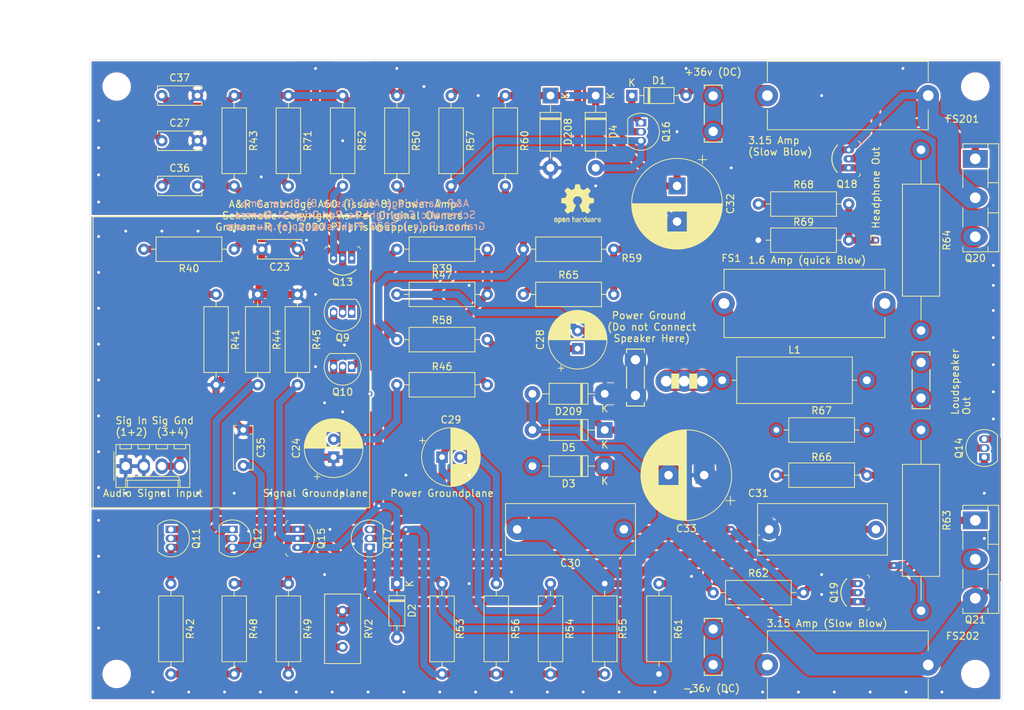
<source format=kicad_pcb>
(kicad_pcb (version 20171130) (host pcbnew 5.1.5-1.fc31)
  (layers (0 F.Cu signal) (31 B.Cu signal) (34 B.Paste user) (35 F.Paste user) (36 B.SilkS user) (37 F.SilkS user) (38 B.Mask user) (39 F.Mask user) (44 Edge.Cuts user))
  (net 0 "")
  (net 1 "Net-(C23-Pad1)")
  (net 2 "Net-(C24-Pad2)")
  (net 3 "Net-(C27-Pad1)")
  (net 4 "Net-(C28-Pad1)")
  (net 5 "Net-(C28-Pad2)")
  (net 6 "Net-(C29-Pad2)")
  (net 7 "Net-(C30-Pad1)")
  (net 8 "Net-(C30-Pad2)")
  (net 9 "Net-(C31-Pad1)")
  (net 10 "Net-(C36-Pad2)")
  (net 11 "Net-(C36-Pad1)")
  (net 12 "Net-(D1-Pad1)")
  (net 13 "Net-(D2-Pad1)")
  (net 14 "Net-(D2-Pad2)")
  (net 15 "Net-(J2-Pad1)")
  (net 16 "Net-(Q10-Pad3)")
  (net 17 "Net-(Q10-Pad2)")
  (net 18 "Net-(Q11-Pad2)")
  (net 19 "Net-(Q11-Pad3)")
  (net 20 "Net-(Q14-Pad2)")
  (net 21 "Net-(Q14-Pad1)")
  (net 22 "Net-(Q16-Pad2)")
  (net 23 "Net-(Q17-Pad2)")
  (net 24 "Net-(Q18-Pad1)")
  (net 25 "Net-(Q20-Pad3)")
  (net 26 "Net-(R39-Pad1)")
  (net 27 "Net-(R49-Pad2)")
  (net 28 "Net-(Q19-Pad1)")
  (net 29 GNDS)
  (net 30 GNDPWR)
  (net 31 "Net-(C32-Pad1)")
  (net 32 "Net-(C33-Pad2)")
  (net 33 "Net-(FS1-Pad2)")
  (net 34 "Net-(Q13-Pad3)")
  (net 35 "Net-(L1-Pad2)")
  (net 36 "Net-(FS201-Pad1)")
  (net 37 "Net-(FS202-Pad1)")
  (net 38 "Net-(J1-Pad3)")
  (module AA_GR_TrackPad:Pad3_Hole1.5mm_Pad3.0mm_Pitch_2.54mm (layer F.Cu) (at 175.006 96.012 180)
    (fp_text reference p1 hide)
    (fp_text value Pad3_Hole1.5mm_Pad3.0mm_Pitch2.54mm hide)
    (pad 1 thru_hole circle (at 5.08 0 180) (size 3 3) (drill 1.5) (layers *.Cu *.Mask) (net 33 "Net-(FS1-Pad2)"))
    (pad 1 thru_hole circle (at 2.54 0 180) (size 3 3) (drill 1.5) (layers *.Cu *.Mask) (net 33 "Net-(FS1-Pad2)"))
    (pad 1 thru_hole circle (at 0 0 180) (size 3 3) (drill 1.5) (layers *.Cu *.Mask) (net 33 "Net-(FS1-Pad2)"))
  )
  (module Symbol:OSHW-Logo2_7.3x6mm_SilkScreen (layer F.Cu) (at 157.48 71.12)
    (fp_text reference REF** hide)
    (fp_text value OSHW-Logo2_7.3x6mm_SilkScreen hide)
  )
  (module Fuse:Fuseholder_Cylinder-5x20mm_Stelvio-Kontek_PTF78_Horizontal_Open (layer F.Cu) (at 200.66 85.09 180)
    (fp_text reference FS1 (at 21.59 6.35) (layer F.SilkS))
    (fp_text value 1.6A)
    (pad 2 thru_hole circle (at 22.6 0 180) (size 3 3) (drill 1.5) (layers *.Cu *.Mask) (net 33 "Net-(FS1-Pad2)"))
    (pad 1 thru_hole circle (at 0 0 180) (size 3 3) (drill 1.5) (layers *.Cu *.Mask) (net 5 "Net-(C28-Pad2)"))
  )
  (module digikey-footprints:TO-92-3 (layer F.Cu) (at 196.85 127 90)
    (fp_text reference Q19 (at 1.27 -3.35 90) (layer F.SilkS))
    (fp_text value ZTX753)
    (pad 1 thru_hole rect (at 0 0 270) (size 1 1.5) (drill 0.55) (layers *.Cu *.Mask) (net 28 "Net-(Q19-Pad1)"))
    (pad 3 thru_hole oval (at 2.54 0 270) (size 1 1.5) (drill 0.55) (layers *.Cu *.Mask) (net 7 "Net-(C30-Pad1)"))
    (pad 2 thru_hole oval (at 1.27 0 270) (size 1 1.5) (drill 0.55) (layers *.Cu *.Mask) (net 13 "Net-(D2-Pad1)"))
  )
  (module digikey-footprints:TO-92-3 (layer F.Cu) (at 195.58 66.04 90)
    (fp_text reference Q18 (at -2.286 -0.254 180) (layer F.SilkS))
    (fp_text value ZTX653)
    (pad 1 thru_hole rect (at 0 0 270) (size 1 1.5) (drill 0.55) (layers *.Cu *.Mask) (net 24 "Net-(Q18-Pad1)"))
    (pad 3 thru_hole oval (at 2.54 0 270) (size 1 1.5) (drill 0.55) (layers *.Cu *.Mask) (net 31 "Net-(C32-Pad1)"))
    (pad 2 thru_hole oval (at 1.27 0 270) (size 1 1.5) (drill 0.55) (layers *.Cu *.Mask) (net 3 "Net-(C27-Pad1)"))
  )
  (module Package_TO_SOT_THT:TO-92_Inline (layer F.Cu) (at 166.37 59.69 270)
    (fp_text reference Q16 (at 1.27 -3.56 90) (layer F.SilkS))
    (fp_text value BC547)
    (pad 2 thru_hole oval (at 1.27 0 270) (size 1.05 1.5) (drill 0.75) (layers *.Cu *.Mask) (net 22 "Net-(Q16-Pad2)"))
    (pad 3 thru_hole oval (at 2.54 0 270) (size 1.05 1.5) (drill 0.75) (layers *.Cu *.Mask) (net 5 "Net-(C28-Pad2)"))
    (pad 1 thru_hole rect (at 0 0 270) (size 1.05 1.5) (drill 0.75) (layers *.Cu *.Mask) (net 12 "Net-(D1-Pad1)"))
  )
  (module digikey-footprints:TO-92-3 (layer F.Cu) (at 125.73 78.74 180)
    (fp_text reference Q13 (at 1.27 -3.35) (layer F.SilkS))
    (fp_text value ZTX753)
    (pad 2 thru_hole oval (at 1.27 0) (size 1 1.5) (drill 0.55) (layers *.Cu *.Mask) (net 10 "Net-(C36-Pad2)"))
    (pad 3 thru_hole oval (at 2.54 0) (size 1 1.5) (drill 0.55) (layers *.Cu *.Mask) (net 34 "Net-(Q13-Pad3)"))
    (pad 1 thru_hole rect (at 0 0) (size 1 1.5) (drill 0.55) (layers *.Cu *.Mask) (net 3 "Net-(C27-Pad1)"))
  )
  (module digikey-footprints:TO-92-3 (layer F.Cu) (at 118.11 116.84 270)
    (fp_text reference Q15 (at 1.27 -3.35 90) (layer F.SilkS))
    (fp_text value ZTX653)
    (pad 1 thru_hole rect (at 0 0 90) (size 1 1.5) (drill 0.55) (layers *.Cu *.Mask) (net 20 "Net-(Q14-Pad2)"))
    (pad 3 thru_hole oval (at 2.54 0 90) (size 1 1.5) (drill 0.55) (layers *.Cu *.Mask) (net 13 "Net-(D2-Pad1)"))
    (pad 2 thru_hole oval (at 1.27 0 90) (size 1 1.5) (drill 0.55) (layers *.Cu *.Mask) (net 21 "Net-(Q14-Pad1)"))
  )
  (module MountingHole:MountingHole_3.5mm (layer F.Cu) (at 213.36 54.61)
    (fp_text reference H4 hide)
    (fp_text value MountingHole hide)
    (pad 1 np_thru_hole circle (at 0 0) (size 3.5 3.5) (drill 3.5) (layers *.Cu *.Mask))
  )
  (module MountingHole:MountingHole_3.5mm (layer F.Cu) (at 213.36 137.16)
    (fp_text reference H3 hide)
    (fp_text value MountingHole hide)
    (pad 1 np_thru_hole circle (at 0 0) (size 3.5 3.5) (drill 3.5) (layers *.Cu *.Mask))
  )
  (module MountingHole:MountingHole_3.5mm (layer F.Cu) (at 92.71 137.16)
    (fp_text reference H2 hide)
    (fp_text value MountingHole hide)
    (pad 1 np_thru_hole circle (at 0 0) (size 3.5 3.5) (drill 3.5) (layers *.Cu *.Mask))
  )
  (module MountingHole:MountingHole_3.5mm (layer F.Cu) (at 92.71 54.61)
    (fp_text reference H1 hide)
    (fp_text value MountingHole hide)
    (pad 1 np_thru_hole circle (at 0 0) (size 3.5 3.5) (drill 3.5) (layers *.Cu *.Mask))
  )
  (module Capacitor_THT:C_Disc_D6.0mm_W2.5mm_P5.00mm (layer F.Cu) (at 118.11 77.47 180)
    (fp_text reference C23 (at 2.5 -2.5) (layer F.SilkS))
    (fp_text value 470p)
    (pad 2 thru_hole circle (at 5 0 180) (size 1.6 1.6) (drill 0.8) (layers *.Cu *.Mask) (net 29 GNDS))
    (pad 1 thru_hole circle (at 0 0 180) (size 1.6 1.6) (drill 0.8) (layers *.Cu *.Mask) (net 1 "Net-(C23-Pad1)"))
  )
  (module Capacitor_THT:CP_Radial_D8.0mm_P2.50mm (layer F.Cu) (at 123.19 106.68 90)
    (fp_text reference C24 (at 1.25 -5.25 90) (layer F.SilkS))
    (fp_text value "47uF 10v")
    (pad 2 thru_hole circle (at 2.5 0 90) (size 1.6 1.6) (drill 0.8) (layers *.Cu *.Mask) (net 2 "Net-(C24-Pad2)"))
    (pad 1 thru_hole rect (at 0 0 90) (size 1.6 1.6) (drill 0.8) (layers *.Cu *.Mask) (net 29 GNDS))
  )
  (module Capacitor_THT:C_Disc_D6.0mm_W2.5mm_P5.00mm (layer F.Cu) (at 99.06 62.23)
    (fp_text reference C27 (at 2.5 -2.5) (layer F.SilkS))
    (fp_text value 470p)
    (pad 1 thru_hole circle (at 0 0) (size 1.6 1.6) (drill 0.8) (layers *.Cu *.Mask) (net 3 "Net-(C27-Pad1)"))
    (pad 2 thru_hole circle (at 5 0) (size 1.6 1.6) (drill 0.8) (layers *.Cu *.Mask) (net 30 GNDPWR))
  )
  (module Capacitor_THT:CP_Radial_D8.0mm_P2.50mm (layer F.Cu) (at 157.48 91.44 90)
    (fp_text reference C28 (at 1.25 -5.25 90) (layer F.SilkS))
    (fp_text value 47uF/10v)
    (pad 1 thru_hole rect (at 0 0 90) (size 1.6 1.6) (drill 0.8) (layers *.Cu *.Mask) (net 4 "Net-(C28-Pad1)"))
    (pad 2 thru_hole circle (at 2.5 0 90) (size 1.6 1.6) (drill 0.8) (layers *.Cu *.Mask) (net 5 "Net-(C28-Pad2)"))
  )
  (module Capacitor_THT:CP_Radial_D8.0mm_P2.50mm (layer F.Cu) (at 138.43 106.68)
    (fp_text reference C29 (at 1.25 -5.25) (layer F.SilkS))
    (fp_text value 47uF/10v)
    (pad 1 thru_hole rect (at 0 0) (size 1.6 1.6) (drill 0.8) (layers *.Cu *.Mask) (net 5 "Net-(C28-Pad2)"))
    (pad 2 thru_hole circle (at 2.5 0) (size 1.6 1.6) (drill 0.8) (layers *.Cu *.Mask) (net 6 "Net-(C29-Pad2)"))
  )
  (module Capacitor_THT:C_Rect_L18.0mm_W7.0mm_P15.00mm_FKS3_FKP3 (layer F.Cu) (at 163.9824 116.84 180)
    (fp_text reference C30 (at 7.5 -4.75) (layer F.SilkS))
    (fp_text value 100n)
    (pad 1 thru_hole circle (at 0 0 180) (size 2.4 2.4) (drill 1.2) (layers *.Cu *.Mask) (net 7 "Net-(C30-Pad1)"))
    (pad 2 thru_hole circle (at 15 0 180) (size 2.4 2.4) (drill 1.2) (layers *.Cu *.Mask) (net 8 "Net-(C30-Pad2)"))
  )
  (module Capacitor_THT:C_Rect_L18.0mm_W7.0mm_P15.00mm_FKS3_FKP3 (layer F.Cu) (at 199.39 116.84 180)
    (fp_text reference C31 (at 16.51 5.08) (layer F.SilkS))
    (fp_text value 100n)
    (pad 2 thru_hole circle (at 15 0 180) (size 2.4 2.4) (drill 1.2) (layers *.Cu *.Mask) (net 30 GNDPWR))
    (pad 1 thru_hole circle (at 0 0 180) (size 2.4 2.4) (drill 1.2) (layers *.Cu *.Mask) (net 9 "Net-(C31-Pad1)"))
  )
  (module Capacitor_THT:CP_Radial_D12.5mm_P5.00mm (layer F.Cu) (at 171.45 68.58 270)
    (fp_text reference C32 (at 2.5 -7.5 90) (layer F.SilkS))
    (fp_text value 22uF/63v)
    (pad 2 thru_hole circle (at 5 0 270) (size 2.4 2.4) (drill 1.2) (layers *.Cu *.Mask) (net 30 GNDPWR))
    (pad 1 thru_hole rect (at 0 0 270) (size 2.4 2.4) (drill 1.2) (layers *.Cu *.Mask) (net 31 "Net-(C32-Pad1)"))
  )
  (module Capacitor_THT:CP_Radial_D12.5mm_P5.00mm (layer F.Cu) (at 175.26 109.22 180)
    (fp_text reference C33 (at 2.5 -7.5) (layer F.SilkS))
    (fp_text value 22uF/63v)
    (pad 1 thru_hole rect (at 0 0 180) (size 2.4 2.4) (drill 1.2) (layers *.Cu *.Mask) (net 30 GNDPWR))
    (pad 2 thru_hole circle (at 5 0 180) (size 2.4 2.4) (drill 1.2) (layers *.Cu *.Mask) (net 32 "Net-(C33-Pad2)"))
  )
  (module Capacitor_THT:C_Disc_D6.0mm_W2.5mm_P5.00mm (layer F.Cu) (at 99.06 68.58)
    (fp_text reference C36 (at 2.5 -2.5) (layer F.SilkS))
    (fp_text value 470p)
    (pad 2 thru_hole circle (at 5 0) (size 1.6 1.6) (drill 0.8) (layers *.Cu *.Mask) (net 10 "Net-(C36-Pad2)"))
    (pad 1 thru_hole circle (at 0 0) (size 1.6 1.6) (drill 0.8) (layers *.Cu *.Mask) (net 11 "Net-(C36-Pad1)"))
  )
  (module Capacitor_THT:C_Disc_D6.0mm_W2.5mm_P5.00mm (layer F.Cu) (at 99.06 55.88)
    (fp_text reference C37 (at 2.5 -2.5) (layer F.SilkS))
    (fp_text value 10n)
    (pad 1 thru_hole circle (at 0 0) (size 1.6 1.6) (drill 0.8) (layers *.Cu *.Mask) (net 31 "Net-(C32-Pad1)"))
    (pad 2 thru_hole circle (at 5 0) (size 1.6 1.6) (drill 0.8) (layers *.Cu *.Mask) (net 30 GNDPWR))
  )
  (module Diode_THT:D_DO-35_SOD27_P7.62mm_Horizontal (layer F.Cu) (at 165.1 55.88)
    (fp_text reference D1 (at 3.81 -2.12) (layer F.SilkS))
    (fp_text value 1N4148)
    (fp_text user K (at 0 -1.8) (layer F.SilkS))
    (pad 2 thru_hole oval (at 7.62 0) (size 1.6 1.6) (drill 0.8) (layers *.Cu *.Mask) (net 3 "Net-(C27-Pad1)"))
    (pad 1 thru_hole rect (at 0 0) (size 1.6 1.6) (drill 0.8) (layers *.Cu *.Mask) (net 12 "Net-(D1-Pad1)"))
  )
  (module Diode_THT:D_DO-35_SOD27_P7.62mm_Horizontal (layer F.Cu) (at 132.08 124.46 270)
    (fp_text reference D2 (at 3.81 -2.12 90) (layer F.SilkS))
    (fp_text value 1N4148)
    (fp_text user K (at 0 -1.8 90) (layer F.SilkS))
    (pad 1 thru_hole rect (at 0 0 270) (size 1.6 1.6) (drill 0.8) (layers *.Cu *.Mask) (net 13 "Net-(D2-Pad1)"))
    (pad 2 thru_hole oval (at 7.62 0 270) (size 1.6 1.6) (drill 0.8) (layers *.Cu *.Mask) (net 14 "Net-(D2-Pad2)"))
  )
  (module Diode_THT:D_DO-41_SOD81_P10.16mm_Horizontal (layer F.Cu) (at 161.29 107.95 180)
    (fp_text reference D3 (at 5.08 -2.47) (layer F.SilkS))
    (fp_text value 1N4002)
    (fp_text user K (at 0 -2.1) (layer F.SilkS))
    (pad 1 thru_hole rect (at 0 0 180) (size 2.2 2.2) (drill 1.1) (layers *.Cu *.Mask) (net 7 "Net-(C30-Pad1)"))
    (pad 2 thru_hole oval (at 10.16 0 180) (size 2.2 2.2) (drill 1.1) (layers *.Cu *.Mask) (net 8 "Net-(C30-Pad2)"))
  )
  (module Diode_THT:D_DO-41_SOD81_P10.16mm_Horizontal (layer F.Cu) (at 160.02 55.88 270)
    (fp_text reference D4 (at 5.08 -2.47 90) (layer F.SilkS))
    (fp_text value 1N4002)
    (fp_text user K (at 0 -2.1 90) (layer F.SilkS))
    (pad 1 thru_hole rect (at 0 0 270) (size 2.2 2.2) (drill 1.1) (layers *.Cu *.Mask) (net 31 "Net-(C32-Pad1)"))
    (pad 2 thru_hole oval (at 10.16 0 270) (size 2.2 2.2) (drill 1.1) (layers *.Cu *.Mask) (net 5 "Net-(C28-Pad2)"))
  )
  (module Diode_THT:D_DO-41_SOD81_P10.16mm_Horizontal (layer F.Cu) (at 161.29 102.87 180)
    (fp_text reference D5 (at 5.08 -2.47) (layer F.SilkS))
    (fp_text value 1N4002)
    (fp_text user K (at 0 -2.1) (layer F.SilkS))
    (pad 2 thru_hole oval (at 10.16 0 180) (size 2.2 2.2) (drill 1.1) (layers *.Cu *.Mask) (net 32 "Net-(C33-Pad2)"))
    (pad 1 thru_hole rect (at 0 0 180) (size 2.2 2.2) (drill 1.1) (layers *.Cu *.Mask) (net 5 "Net-(C28-Pad2)"))
  )
  (module Diode_THT:D_DO-41_SOD81_P10.16mm_Horizontal (layer F.Cu) (at 153.67 55.88 270)
    (fp_text reference D208 (at 5.08 -2.47 90) (layer F.SilkS))
    (fp_text value 1N4002)
    (fp_text user K (at 0 -2.1 90) (layer F.SilkS))
    (pad 2 thru_hole oval (at 10.16 0 270) (size 2.2 2.2) (drill 1.1) (layers *.Cu *.Mask) (net 30 GNDPWR))
    (pad 1 thru_hole rect (at 0 0 270) (size 2.2 2.2) (drill 1.1) (layers *.Cu *.Mask) (net 31 "Net-(C32-Pad1)"))
  )
  (module Diode_THT:D_DO-41_SOD81_P10.16mm_Horizontal (layer F.Cu) (at 161.29 97.79 180)
    (fp_text reference D209 (at 5.08 -2.47) (layer F.SilkS))
    (fp_text value 1N4002)
    (fp_text user K (at 0 -2.1) (layer F.SilkS))
    (pad 1 thru_hole rect (at 0 0 180) (size 2.2 2.2) (drill 1.1) (layers *.Cu *.Mask) (net 30 GNDPWR))
    (pad 2 thru_hole oval (at 10.16 0 180) (size 2.2 2.2) (drill 1.1) (layers *.Cu *.Mask) (net 32 "Net-(C33-Pad2)"))
  )
  (module Connector_PinHeader_1.00mm:PinHeader_1x01_P1.00mm_Vertical (layer F.Cu) (at 199.39 76.2)
    (fp_text reference J2 hide)
    (fp_text value J_HP+)
    (pad 1 thru_hole rect (at 0 0) (size 0.85 0.85) (drill 0.5) (layers *.Cu *.Mask) (net 15 "Net-(J2-Pad1)"))
  )
  (module Inductor_THT:L_Axial_L16.0mm_D6.3mm_P20.32mm_Horizontal_Fastron_VHBCC (layer F.Cu) (at 177.8 95.885)
    (fp_text reference L1 (at 10.16 -4.27) (layer F.SilkS))
    (fp_text value 2u2L)
    (pad 1 thru_hole circle (at 0 0) (size 2.2 2.2) (drill 1.1) (layers *.Cu *.Mask) (net 33 "Net-(FS1-Pad2)"))
    (pad 2 thru_hole oval (at 20.32 0) (size 2.2 2.2) (drill 1.1) (layers *.Cu *.Mask) (net 35 "Net-(L1-Pad2)"))
  )
  (module Package_TO_SOT_THT:TO-218-3_Vertical (layer F.Cu) (at 213.36 115.57 270)
    (fp_text reference Q21 (at 13.97 0 180) (layer F.SilkS))
    (fp_text value TIP3055)
    (pad 3 thru_hole oval (at 10.95 0 270) (size 2.5 3.5) (drill 1.5) (layers *.Cu *.Mask) (net 32 "Net-(C33-Pad2)"))
    (pad 2 thru_hole oval (at 5.475 0 270) (size 2.5 3.5) (drill 1.5) (layers *.Cu *.Mask) (net 8 "Net-(C30-Pad2)"))
    (pad 1 thru_hole rect (at 0 0 270) (size 2.5 3.5) (drill 1.5) (layers *.Cu *.Mask) (net 28 "Net-(Q19-Pad1)"))
  )
  (module Package_TO_SOT_THT:TO-92_Inline (layer F.Cu) (at 125.73 86.36 180)
    (fp_text reference Q9 (at 1.27 -3.56) (layer F.SilkS))
    (fp_text value BC547)
    (pad 1 thru_hole rect (at 0 0 180) (size 1.05 1.5) (drill 0.75) (layers *.Cu *.Mask) (net 10 "Net-(C36-Pad2)"))
    (pad 3 thru_hole oval (at 2.54 0 180) (size 1.05 1.5) (drill 0.75) (layers *.Cu *.Mask) (net 16 "Net-(Q10-Pad3)"))
    (pad 2 thru_hole oval (at 1.27 0 180) (size 1.05 1.5) (drill 0.75) (layers *.Cu *.Mask) (net 1 "Net-(C23-Pad1)"))
  )
  (module Package_TO_SOT_THT:TO-92_Inline (layer F.Cu) (at 125.73 93.98 180)
    (fp_text reference Q10 (at 1.27 -3.56) (layer F.SilkS))
    (fp_text value BC547)
    (pad 1 thru_hole rect (at 0 0 180) (size 1.05 1.5) (drill 0.75) (layers *.Cu *.Mask) (net 31 "Net-(C32-Pad1)"))
    (pad 3 thru_hole oval (at 2.54 0 180) (size 1.05 1.5) (drill 0.75) (layers *.Cu *.Mask) (net 16 "Net-(Q10-Pad3)"))
    (pad 2 thru_hole oval (at 1.27 0 180) (size 1.05 1.5) (drill 0.75) (layers *.Cu *.Mask) (net 17 "Net-(Q10-Pad2)"))
  )
  (module Package_TO_SOT_THT:TO-92_Inline (layer F.Cu) (at 100.33 116.84 270)
    (fp_text reference Q11 (at 1.27 -3.56 90) (layer F.SilkS))
    (fp_text value BC547)
    (pad 2 thru_hole oval (at 1.27 0 270) (size 1.05 1.5) (drill 0.75) (layers *.Cu *.Mask) (net 18 "Net-(Q11-Pad2)"))
    (pad 3 thru_hole oval (at 2.54 0 270) (size 1.05 1.5) (drill 0.75) (layers *.Cu *.Mask) (net 19 "Net-(Q11-Pad3)"))
    (pad 1 thru_hole rect (at 0 0 270) (size 1.05 1.5) (drill 0.75) (layers *.Cu *.Mask) (net 16 "Net-(Q10-Pad3)"))
  )
  (module Package_TO_SOT_THT:TO-92_Inline (layer F.Cu) (at 108.966 116.84 270)
    (fp_text reference Q12 (at 1.27 -3.56 90) (layer F.SilkS))
    (fp_text value BC547)
    (pad 1 thru_hole rect (at 0 0 270) (size 1.05 1.5) (drill 0.75) (layers *.Cu *.Mask) (net 18 "Net-(Q11-Pad2)"))
    (pad 3 thru_hole oval (at 2.54 0 270) (size 1.05 1.5) (drill 0.75) (layers *.Cu *.Mask) (net 32 "Net-(C33-Pad2)"))
    (pad 2 thru_hole oval (at 1.27 0 270) (size 1.05 1.5) (drill 0.75) (layers *.Cu *.Mask) (net 19 "Net-(Q11-Pad3)"))
  )
  (module Package_TO_SOT_THT:TO-92_Inline (layer F.Cu) (at 214.63 106.68 90)
    (fp_text reference Q14 (at 1.27 -3.56 90) (layer F.SilkS))
    (fp_text value BC547)
    (pad 2 thru_hole oval (at 1.27 0 90) (size 1.05 1.5) (drill 0.75) (layers *.Cu *.Mask) (net 20 "Net-(Q14-Pad2)"))
    (pad 3 thru_hole oval (at 2.54 0 90) (size 1.05 1.5) (drill 0.75) (layers *.Cu *.Mask) (net 32 "Net-(C33-Pad2)"))
    (pad 1 thru_hole rect (at 0 0 90) (size 1.05 1.5) (drill 0.75) (layers *.Cu *.Mask) (net 21 "Net-(Q14-Pad1)"))
  )
  (module Package_TO_SOT_THT:TO-92_Inline (layer F.Cu) (at 128.27 119.38 90)
    (fp_text reference Q17 (at 1.27 2.54 90) (layer F.SilkS))
    (fp_text value BC557)
    (pad 2 thru_hole oval (at 1.27 0 90) (size 1.05 1.5) (drill 0.75) (layers *.Cu *.Mask) (net 23 "Net-(Q17-Pad2)"))
    (pad 3 thru_hole oval (at 2.54 0 90) (size 1.05 1.5) (drill 0.75) (layers *.Cu *.Mask) (net 5 "Net-(C28-Pad2)"))
    (pad 1 thru_hole rect (at 0 0 90) (size 1.05 1.5) (drill 0.75) (layers *.Cu *.Mask) (net 14 "Net-(D2-Pad2)"))
  )
  (module Package_TO_SOT_THT:TO-218-3_Vertical (layer F.Cu) (at 213.36 64.77 270)
    (fp_text reference Q20 (at 13.97 0 180) (layer F.SilkS))
    (fp_text value TIP3055)
    (pad 1 thru_hole rect (at 0 0 270) (size 2.5 3.5) (drill 1.5) (layers *.Cu *.Mask) (net 24 "Net-(Q18-Pad1)"))
    (pad 2 thru_hole oval (at 5.475 0 270) (size 2.5 3.5) (drill 1.5) (layers *.Cu *.Mask) (net 31 "Net-(C32-Pad1)"))
    (pad 3 thru_hole oval (at 10.95 0 270) (size 2.5 3.5) (drill 1.5) (layers *.Cu *.Mask) (net 25 "Net-(Q20-Pad3)"))
  )
  (module Resistor_THT:R_Axial_DIN0309_L9.0mm_D3.2mm_P12.70mm_Horizontal (layer F.Cu) (at 144.78 77.47 180)
    (fp_text reference R39 (at 6.35 -2.72) (layer F.SilkS))
    (fp_text value 2K7)
    (pad 2 thru_hole oval (at 12.7 0 180) (size 1.6 1.6) (drill 0.8) (layers *.Cu *.Mask) (net 17 "Net-(Q10-Pad2)"))
    (pad 1 thru_hole circle (at 0 0 180) (size 1.6 1.6) (drill 0.8) (layers *.Cu *.Mask) (net 26 "Net-(R39-Pad1)"))
  )
  (module Resistor_THT:R_Axial_DIN0309_L9.0mm_D3.2mm_P12.70mm_Horizontal (layer F.Cu) (at 109.22 77.47 180)
    (fp_text reference R40 (at 6.35 -2.72) (layer F.SilkS))
    (fp_text value 2K7)
    (pad 2 thru_hole oval (at 12.7 0 180) (size 1.6 1.6) (drill 0.8) (layers *.Cu *.Mask) (net 38 "Net-(J1-Pad3)"))
    (pad 1 thru_hole circle (at 0 0 180) (size 1.6 1.6) (drill 0.8) (layers *.Cu *.Mask) (net 1 "Net-(C23-Pad1)"))
  )
  (module Resistor_THT:R_Axial_DIN0309_L9.0mm_D3.2mm_P12.70mm_Horizontal (layer F.Cu) (at 106.68 83.82 270)
    (fp_text reference R41 (at 6.35 -2.72 90) (layer F.SilkS))
    (fp_text value 15K)
    (pad 1 thru_hole circle (at 0 0 270) (size 1.6 1.6) (drill 0.8) (layers *.Cu *.Mask) (net 38 "Net-(J1-Pad3)"))
    (pad 2 thru_hole oval (at 12.7 0 270) (size 1.6 1.6) (drill 0.8) (layers *.Cu *.Mask) (net 29 GNDS))
  )
  (module Resistor_THT:R_Axial_DIN0309_L9.0mm_D3.2mm_P12.70mm_Horizontal (layer F.Cu) (at 100.33 124.46 270)
    (fp_text reference R42 (at 6.35 -2.72 90) (layer F.SilkS))
    (fp_text value 470R)
    (pad 1 thru_hole circle (at 0 0 270) (size 1.6 1.6) (drill 0.8) (layers *.Cu *.Mask) (net 19 "Net-(Q11-Pad3)"))
    (pad 2 thru_hole oval (at 12.7 0 270) (size 1.6 1.6) (drill 0.8) (layers *.Cu *.Mask) (net 32 "Net-(C33-Pad2)"))
  )
  (module Resistor_THT:R_Axial_DIN0309_L9.0mm_D3.2mm_P12.70mm_Horizontal (layer F.Cu) (at 109.22 55.88 270)
    (fp_text reference R43 (at 6.35 -2.72 90) (layer F.SilkS))
    (fp_text value 2K7)
    (pad 1 thru_hole circle (at 0 0 270) (size 1.6 1.6) (drill 0.8) (layers *.Cu *.Mask) (net 31 "Net-(C32-Pad1)"))
    (pad 2 thru_hole oval (at 12.7 0 270) (size 1.6 1.6) (drill 0.8) (layers *.Cu *.Mask) (net 10 "Net-(C36-Pad2)"))
  )
  (module Resistor_THT:R_Axial_DIN0309_L9.0mm_D3.2mm_P12.70mm_Horizontal (layer F.Cu) (at 112.522 83.82 270)
    (fp_text reference R44 (at 6.35 -2.72 90) (layer F.SilkS))
    (fp_text value 56K)
    (pad 2 thru_hole oval (at 12.7 0 270) (size 1.6 1.6) (drill 0.8) (layers *.Cu *.Mask) (net 18 "Net-(Q11-Pad2)"))
    (pad 1 thru_hole circle (at 0 0 270) (size 1.6 1.6) (drill 0.8) (layers *.Cu *.Mask) (net 29 GNDS))
  )
  (module Resistor_THT:R_Axial_DIN0309_L9.0mm_D3.2mm_P12.70mm_Horizontal (layer F.Cu) (at 118.11 83.82 270)
    (fp_text reference R45 (at 6.35 -2.72 90) (layer F.SilkS))
    (fp_text value 10K)
    (pad 1 thru_hole circle (at 0 0 270) (size 1.6 1.6) (drill 0.8) (layers *.Cu *.Mask) (net 29 GNDS))
    (pad 2 thru_hole oval (at 12.7 0 270) (size 1.6 1.6) (drill 0.8) (layers *.Cu *.Mask) (net 21 "Net-(Q14-Pad1)"))
  )
  (module Resistor_THT:R_Axial_DIN0309_L9.0mm_D3.2mm_P12.70mm_Horizontal (layer F.Cu) (at 144.78 96.52 180)
    (fp_text reference R46 (at 6.35 2.54) (layer F.SilkS))
    (fp_text value 470R)
    (pad 2 thru_hole oval (at 12.7 0 180) (size 1.6 1.6) (drill 0.8) (layers *.Cu *.Mask) (net 2 "Net-(C24-Pad2)"))
    (pad 1 thru_hole circle (at 0 0 180) (size 1.6 1.6) (drill 0.8) (layers *.Cu *.Mask) (net 26 "Net-(R39-Pad1)"))
  )
  (module Resistor_THT:R_Axial_DIN0309_L9.0mm_D3.2mm_P12.70mm_Horizontal (layer F.Cu) (at 132.08 83.82)
    (fp_text reference R47 (at 6.35 -2.72) (layer F.SilkS))
    (fp_text value 15K)
    (pad 1 thru_hole circle (at 0 0) (size 1.6 1.6) (drill 0.8) (layers *.Cu *.Mask) (net 5 "Net-(C28-Pad2)"))
    (pad 2 thru_hole oval (at 12.7 0) (size 1.6 1.6) (drill 0.8) (layers *.Cu *.Mask) (net 26 "Net-(R39-Pad1)"))
  )
  (module Resistor_THT:R_Axial_DIN0309_L9.0mm_D3.2mm_P12.70mm_Horizontal (layer F.Cu) (at 109.22 124.46 270)
    (fp_text reference R48 (at 6.35 -2.72 90) (layer F.SilkS))
    (fp_text value 82R)
    (pad 2 thru_hole oval (at 12.7 0 270) (size 1.6 1.6) (drill 0.8) (layers *.Cu *.Mask) (net 32 "Net-(C33-Pad2)"))
    (pad 1 thru_hole circle (at 0 0 270) (size 1.6 1.6) (drill 0.8) (layers *.Cu *.Mask) (net 20 "Net-(Q14-Pad2)"))
  )
  (module Resistor_THT:R_Axial_DIN0309_L9.0mm_D3.2mm_P12.70mm_Horizontal (layer F.Cu) (at 116.84 124.46 270)
    (fp_text reference R49 (at 6.35 -2.72 90) (layer F.SilkS))
    (fp_text value 120R)
    (pad 1 thru_hole circle (at 0 0 270) (size 1.6 1.6) (drill 0.8) (layers *.Cu *.Mask) (net 20 "Net-(Q14-Pad2)"))
    (pad 2 thru_hole oval (at 12.7 0 270) (size 1.6 1.6) (drill 0.8) (layers *.Cu *.Mask) (net 27 "Net-(R49-Pad2)"))
  )
  (module Resistor_THT:R_Axial_DIN0309_L9.0mm_D3.2mm_P12.70mm_Horizontal (layer F.Cu) (at 132.08 55.88 270)
    (fp_text reference R50 (at 6.35 -2.72 90) (layer F.SilkS))
    (fp_text value 220R)
    (pad 2 thru_hole oval (at 12.7 0 270) (size 1.6 1.6) (drill 0.8) (layers *.Cu *.Mask) (net 13 "Net-(D2-Pad1)"))
    (pad 1 thru_hole circle (at 0 0 270) (size 1.6 1.6) (drill 0.8) (layers *.Cu *.Mask) (net 3 "Net-(C27-Pad1)"))
  )
  (module Resistor_THT:R_Axial_DIN0309_L9.0mm_D3.2mm_P12.70mm_Horizontal (layer F.Cu) (at 124.46 55.88 270)
    (fp_text reference R52 (at 6.35 -2.72 90) (layer F.SilkS))
    (fp_text value 100R)
    (pad 2 thru_hole oval (at 12.7 0 270) (size 1.6 1.6) (drill 0.8) (layers *.Cu *.Mask) (net 34 "Net-(Q13-Pad3)"))
    (pad 1 thru_hole circle (at 0 0 270) (size 1.6 1.6) (drill 0.8) (layers *.Cu *.Mask) (net 31 "Net-(C32-Pad1)"))
  )
  (module Resistor_THT:R_Axial_DIN0309_L9.0mm_D3.2mm_P12.70mm_Horizontal (layer F.Cu) (at 153.67 124.46 270)
    (fp_text reference R54 (at 6.35 -2.72 90) (layer F.SilkS))
    (fp_text value 120R)
    (pad 1 thru_hole circle (at 0 0 270) (size 1.6 1.6) (drill 0.8) (layers *.Cu *.Mask) (net 5 "Net-(C28-Pad2)"))
    (pad 2 thru_hole oval (at 12.7 0 270) (size 1.6 1.6) (drill 0.8) (layers *.Cu *.Mask) (net 23 "Net-(Q17-Pad2)"))
  )
  (module Resistor_THT:R_Axial_DIN0309_L9.0mm_D3.2mm_P12.70mm_Horizontal (layer F.Cu) (at 161.29 137.16 90)
    (fp_text reference R55 (at 6.35 2.54 90) (layer F.SilkS))
    (fp_text value 120R)
    (pad 1 thru_hole circle (at 0 0 90) (size 1.6 1.6) (drill 0.8) (layers *.Cu *.Mask) (net 23 "Net-(Q17-Pad2)"))
    (pad 2 thru_hole oval (at 12.7 0 90) (size 1.6 1.6) (drill 0.8) (layers *.Cu *.Mask) (net 8 "Net-(C30-Pad2)"))
  )
  (module Resistor_THT:R_Axial_DIN0309_L9.0mm_D3.2mm_P12.70mm_Horizontal (layer F.Cu) (at 146.05 124.46 270)
    (fp_text reference R56 (at 6.35 -2.72 90) (layer F.SilkS))
    (fp_text value 82R)
    (pad 2 thru_hole oval (at 12.7 0 270) (size 1.6 1.6) (drill 0.8) (layers *.Cu *.Mask) (net 23 "Net-(Q17-Pad2)"))
    (pad 1 thru_hole circle (at 0 0 270) (size 1.6 1.6) (drill 0.8) (layers *.Cu *.Mask) (net 6 "Net-(C29-Pad2)"))
  )
  (module Resistor_THT:R_Axial_DIN0309_L9.0mm_D3.2mm_P12.70mm_Horizontal (layer F.Cu) (at 139.7 55.88 270)
    (fp_text reference R57 (at 6.35 -2.72 90) (layer F.SilkS))
    (fp_text value 120R)
    (pad 1 thru_hole circle (at 0 0 270) (size 1.6 1.6) (drill 0.8) (layers *.Cu *.Mask) (net 22 "Net-(Q16-Pad2)"))
    (pad 2 thru_hole oval (at 12.7 0 270) (size 1.6 1.6) (drill 0.8) (layers *.Cu *.Mask) (net 5 "Net-(C28-Pad2)"))
  )
  (module Resistor_THT:R_Axial_DIN0309_L9.0mm_D3.2mm_P12.70mm_Horizontal (layer F.Cu) (at 132.08 90.17)
    (fp_text reference R58 (at 6.35 -2.72) (layer F.SilkS))
    (fp_text value 82R)
    (pad 2 thru_hole oval (at 12.7 0) (size 1.6 1.6) (drill 0.8) (layers *.Cu *.Mask) (net 4 "Net-(C28-Pad1)"))
    (pad 1 thru_hole circle (at 0 0) (size 1.6 1.6) (drill 0.8) (layers *.Cu *.Mask) (net 22 "Net-(Q16-Pad2)"))
  )
  (module Resistor_THT:R_Axial_DIN0309_L9.0mm_D3.2mm_P12.70mm_Horizontal (layer F.Cu) (at 149.86 77.47)
    (fp_text reference R59 (at 15.24 1.27) (layer F.SilkS))
    (fp_text value 120R)
    (pad 1 thru_hole circle (at 0 0) (size 1.6 1.6) (drill 0.8) (layers *.Cu *.Mask) (net 22 "Net-(Q16-Pad2)"))
    (pad 2 thru_hole oval (at 12.7 0) (size 1.6 1.6) (drill 0.8) (layers *.Cu *.Mask) (net 25 "Net-(Q20-Pad3)"))
  )
  (module Resistor_THT:R_Axial_DIN0309_L9.0mm_D3.2mm_P12.70mm_Horizontal (layer F.Cu) (at 168.91 124.46 270)
    (fp_text reference R61 (at 6.35 -2.72 90) (layer F.SilkS))
    (fp_text value 82R)
    (pad 1 thru_hole circle (at 0 0 270) (size 1.6 1.6) (drill 0.8) (layers *.Cu *.Mask) (net 28 "Net-(Q19-Pad1)"))
    (pad 2 thru_hole oval (at 12.7 0 270) (size 1.6 1.6) (drill 0.8) (layers *.Cu *.Mask) (net 32 "Net-(C33-Pad2)"))
  )
  (module Resistor_THT:R_Axial_DIN0309_L9.0mm_D3.2mm_P12.70mm_Horizontal (layer F.Cu) (at 176.53 125.73)
    (fp_text reference R62 (at 6.35 -2.72) (layer F.SilkS))
    (fp_text value 82R)
    (pad 2 thru_hole oval (at 12.7 0) (size 1.6 1.6) (drill 0.8) (layers *.Cu *.Mask) (net 7 "Net-(C30-Pad1)"))
    (pad 1 thru_hole circle (at 0 0) (size 1.6 1.6) (drill 0.8) (layers *.Cu *.Mask) (net 8 "Net-(C30-Pad2)"))
  )
  (module Resistor_THT:R_Axial_DIN0516_L15.5mm_D5.0mm_P25.40mm_Horizontal (layer F.Cu) (at 205.74 63.5 270)
    (fp_text reference R64 (at 12.7 -3.62 90) (layer F.SilkS))
    (fp_text value R22)
    (pad 2 thru_hole oval (at 25.4 0 270) (size 2.4 2.4) (drill 1.2) (layers *.Cu *.Mask) (net 5 "Net-(C28-Pad2)"))
    (pad 1 thru_hole circle (at 0 0 270) (size 2.4 2.4) (drill 1.2) (layers *.Cu *.Mask) (net 25 "Net-(Q20-Pad3)"))
  )
  (module Resistor_THT:R_Axial_DIN0309_L9.0mm_D3.2mm_P12.70mm_Horizontal (layer F.Cu) (at 149.86 83.82)
    (fp_text reference R65 (at 6.35 -2.72) (layer F.SilkS))
    (fp_text value 82R)
    (pad 1 thru_hole circle (at 0 0) (size 1.6 1.6) (drill 0.8) (layers *.Cu *.Mask) (net 24 "Net-(Q18-Pad1)"))
    (pad 2 thru_hole oval (at 12.7 0) (size 1.6 1.6) (drill 0.8) (layers *.Cu *.Mask) (net 25 "Net-(Q20-Pad3)"))
  )
  (module Resistor_THT:R_Axial_DIN0309_L9.0mm_D3.2mm_P12.70mm_Horizontal (layer F.Cu) (at 198.12 109.22 180)
    (fp_text reference R66 (at 6.35 2.54) (layer F.SilkS))
    (fp_text value 5R6)
    (pad 2 thru_hole oval (at 12.7 0 180) (size 1.6 1.6) (drill 0.8) (layers *.Cu *.Mask) (net 9 "Net-(C31-Pad1)"))
    (pad 1 thru_hole circle (at 0 0 180) (size 1.6 1.6) (drill 0.8) (layers *.Cu *.Mask) (net 5 "Net-(C28-Pad2)"))
  )
  (module Resistor_THT:R_Axial_DIN0309_L9.0mm_D3.2mm_P12.70mm_Horizontal (layer F.Cu) (at 185.42 102.87)
    (fp_text reference R67 (at 6.35 -2.72) (layer F.SilkS))
    (fp_text value 2R2)
    (pad 2 thru_hole oval (at 12.7 0) (size 1.6 1.6) (drill 0.8) (layers *.Cu *.Mask) (net 35 "Net-(L1-Pad2)"))
    (pad 1 thru_hole circle (at 0 0) (size 1.6 1.6) (drill 0.8) (layers *.Cu *.Mask) (net 33 "Net-(FS1-Pad2)"))
  )
  (module Resistor_THT:R_Axial_DIN0309_L9.0mm_D3.2mm_P12.70mm_Horizontal (layer F.Cu) (at 182.88 71.12)
    (fp_text reference R68 (at 6.35 -2.72) (layer F.SilkS))
    (fp_text value 330R)
    (pad 2 thru_hole oval (at 12.7 0) (size 1.6 1.6) (drill 0.8) (layers *.Cu *.Mask) (net 15 "Net-(J2-Pad1)"))
    (pad 1 thru_hole circle (at 0 0) (size 1.6 1.6) (drill 0.8) (layers *.Cu *.Mask) (net 35 "Net-(L1-Pad2)"))
  )
  (module Resistor_THT:R_Axial_DIN0309_L9.0mm_D3.2mm_P12.70mm_Horizontal (layer F.Cu) (at 195.58 76.2 180)
    (fp_text reference R69 (at 6.35 2.54) (layer F.SilkS))
    (fp_text value 220R)
    (pad 1 thru_hole circle (at 0 0 180) (size 1.6 1.6) (drill 0.8) (layers *.Cu *.Mask) (net 15 "Net-(J2-Pad1)"))
    (pad 2 thru_hole oval (at 12.7 0 180) (size 1.6 1.6) (drill 0.8) (layers *.Cu *.Mask) (net 30 GNDPWR))
  )
  (module Resistor_THT:R_Axial_DIN0309_L9.0mm_D3.2mm_P12.70mm_Horizontal (layer F.Cu) (at 116.84 55.88 270)
    (fp_text reference R71 (at 6.35 -2.72 90) (layer F.SilkS))
    (fp_text value 680R)
    (pad 1 thru_hole circle (at 0 0 270) (size 1.6 1.6) (drill 0.8) (layers *.Cu *.Mask) (net 31 "Net-(C32-Pad1)"))
    (pad 2 thru_hole oval (at 12.7 0 270) (size 1.6 1.6) (drill 0.8) (layers *.Cu *.Mask) (net 11 "Net-(C36-Pad1)"))
  )
  (module Potentiometer_THT:Potentiometer_Bourns_3296W_Vertical (layer F.Cu) (at 124.46 133.35 270)
    (fp_text reference RV2 (at -2.54 -3.66 90) (layer F.SilkS))
    (fp_text value 1k0)
    (pad 1 thru_hole circle (at 0 0 270) (size 1.44 1.44) (drill 0.8) (layers *.Cu *.Mask) (net 27 "Net-(R49-Pad2)"))
    (pad 2 thru_hole circle (at -2.54 0 270) (size 1.44 1.44) (drill 0.8) (layers *.Cu *.Mask) (net 32 "Net-(C33-Pad2)"))
    (pad 3 thru_hole circle (at -5.08 0 270) (size 1.44 1.44) (drill 0.8) (layers *.Cu *.Mask) (net 32 "Net-(C33-Pad2)"))
  )
  (module Capacitor_THT:C_Disc_D6.0mm_W2.5mm_P5.00mm (layer F.Cu) (at 110.49 102.87 270)
    (fp_text reference C35 (at 2.5 -2.5 90) (layer F.SilkS))
    (fp_text value 10n)
    (pad 1 thru_hole circle (at 0 0 270) (size 1.6 1.6) (drill 0.8) (layers *.Cu *.Mask) (net 29 GNDS))
    (pad 2 thru_hole circle (at 5 0 270) (size 1.6 1.6) (drill 0.8) (layers *.Cu *.Mask) (net 32 "Net-(C33-Pad2)"))
  )
  (module Resistor_THT:R_Axial_DIN0309_L9.0mm_D3.2mm_P12.70mm_Horizontal (layer F.Cu) (at 147.32 55.88 270)
    (fp_text reference R60 (at 6.35 -2.72 90) (layer F.SilkS))
    (fp_text value 6K8)
    (pad 1 thru_hole circle (at 0 0 270) (size 1.6 1.6) (drill 0.8) (layers *.Cu *.Mask) (net 31 "Net-(C32-Pad1)"))
    (pad 2 thru_hole oval (at 12.7 0 270) (size 1.6 1.6) (drill 0.8) (layers *.Cu *.Mask) (net 22 "Net-(Q16-Pad2)"))
  )
  (module Resistor_THT:R_Axial_DIN0309_L9.0mm_D3.2mm_P12.70mm_Horizontal (layer F.Cu) (at 138.43 137.16 90)
    (fp_text reference R53 (at 6.35 2.54 90) (layer F.SilkS))
    (fp_text value 6K8)
    (pad 1 thru_hole circle (at 0 0 90) (size 1.6 1.6) (drill 0.8) (layers *.Cu *.Mask) (net 23 "Net-(Q17-Pad2)"))
    (pad 2 thru_hole oval (at 12.7 0 90) (size 1.6 1.6) (drill 0.8) (layers *.Cu *.Mask) (net 32 "Net-(C33-Pad2)"))
  )
  (module Resistor_THT:R_Axial_DIN0516_L15.5mm_D5.0mm_P25.40mm_Horizontal (layer F.Cu) (at 205.74 102.87 270)
    (fp_text reference R63 (at 12.7 -3.62 90) (layer F.SilkS))
    (fp_text value R22)
    (pad 1 thru_hole circle (at 0 0 270) (size 2.4 2.4) (drill 1.2) (layers *.Cu *.Mask) (net 5 "Net-(C28-Pad2)"))
    (pad 2 thru_hole oval (at 25.4 0 270) (size 2.4 2.4) (drill 1.2) (layers *.Cu *.Mask) (net 8 "Net-(C30-Pad2)"))
  )
  (module AA_GR_KICAD-footprints:SPADE_TERMINAL_6.3MM (layer F.Cu) (at 205.74 95.885 90)
    (fp_text reference Spkr1 hide)
    (fp_text value Spade_6.3mm hide)
    (pad 1 thru_hole circle (at -2.5 0 90) (size 2.5 2.5) (drill 1.3) (layers *.Cu *.Mask) (net 35 "Net-(L1-Pad2)"))
    (pad 1 thru_hole circle (at 2.5 0 90) (size 2.5 2.5) (drill 1.3) (layers *.Cu *.Mask) (net 35 "Net-(L1-Pad2)"))
  )
  (module AA_GR_KICAD-footprints:SPADE_TERMINAL_6.3MM (layer F.Cu) (at 176.53 133.35 90)
    (fp_text reference SP-1 hide)
    (fp_text value Spade_6.3mm hide)
    (pad 1 thru_hole circle (at -2.5 0 90) (size 2.5 2.5) (drill 1.3) (layers *.Cu *.Mask) (net 37 "Net-(FS202-Pad1)"))
    (pad 1 thru_hole circle (at 2.5 0 90) (size 2.5 2.5) (drill 1.3) (layers *.Cu *.Mask) (net 37 "Net-(FS202-Pad1)"))
  )
  (module AA_GR_KICAD-footprints:SPADE_TERMINAL_6.3MM (layer F.Cu) (at 176.53 58.42 90)
    (fp_text reference SP+1 hide)
    (fp_text value Spade_6.3mm hide)
    (pad 1 thru_hole circle (at 2.5 0 90) (size 2.5 2.5) (drill 1.3) (layers *.Cu *.Mask) (net 36 "Net-(FS201-Pad1)"))
    (pad 1 thru_hole circle (at -2.5 0 90) (size 2.5 2.5) (drill 1.3) (layers *.Cu *.Mask) (net 36 "Net-(FS201-Pad1)"))
  )
  (module AA_GR_KICAD-footprints:SPADE_TERMINAL_6.3MM (layer F.Cu) (at 165.608 95.504 270)
    (fp_text reference SP_GndP1 hide)
    (fp_text value Spade_6.3mm hide)
    (pad 1 thru_hole circle (at 2.5 0 270) (size 2.5 2.5) (drill 1.3) (layers *.Cu *.Mask) (net 30 GNDPWR))
    (pad 1 thru_hole circle (at -2.5 0 270) (size 2.5 2.5) (drill 1.3) (layers *.Cu *.Mask) (net 30 GNDPWR))
  )
  (module Fuse:Fuseholder_Cylinder-5x20mm_Stelvio-Kontek_PTF78_Horizontal_Open (layer F.Cu) (at 184.15 55.88)
    (fp_text reference FS201 (at 27.432 3.302) (layer F.SilkS))
    (fp_text value 3.15A)
    (pad 1 thru_hole circle (at 0 0) (size 3 3) (drill 1.5) (layers *.Cu *.Mask) (net 36 "Net-(FS201-Pad1)"))
    (pad 2 thru_hole circle (at 22.6 0) (size 3 3) (drill 1.5) (layers *.Cu *.Mask) (net 31 "Net-(C32-Pad1)"))
  )
  (module Fuse:Fuseholder_Cylinder-5x20mm_Stelvio-Kontek_PTF78_Horizontal_Open (layer F.Cu) (at 184.15 135.89)
    (fp_text reference FS202 (at 27.432 -4.064) (layer F.SilkS))
    (fp_text value 3.15A)
    (pad 2 thru_hole circle (at 22.6 0) (size 3 3) (drill 1.5) (layers *.Cu *.Mask) (net 32 "Net-(C33-Pad2)"))
    (pad 1 thru_hole circle (at 0 0) (size 3 3) (drill 1.5) (layers *.Cu *.Mask) (net 37 "Net-(FS202-Pad1)"))
  )
  (module Connector_Molex:Molex_KK-254_AE-6410-04A_1x04_P2.54mm_Vertical (layer F.Cu) (at 93.98 107.95)
    (fp_text reference J1 hide)
    (fp_text value Conn_01x04)
    (pad 1 thru_hole roundrect (at 0 0) (size 1.74 2.2) (drill 1.2) (layers *.Cu *.Mask) (roundrect_rratio 0.143678) (net 29 GNDS))
    (pad 2 thru_hole oval (at 2.54 0) (size 1.74 2.2) (drill 1.2) (layers *.Cu *.Mask) (net 29 GNDS))
    (pad 3 thru_hole oval (at 5.08 0) (size 1.74 2.2) (drill 1.2) (layers *.Cu *.Mask) (net 38 "Net-(J1-Pad3)"))
    (pad 4 thru_hole oval (at 7.62 0) (size 1.74 2.2) (drill 1.2) (layers *.Cu *.Mask) (net 38 "Net-(J1-Pad3)"))
  )
  (gr_text "Headphone Out" (at 199.39 74.676 90) (layer F.SilkS) (effects (font (size 1 1)) (justify left)))
  (gr_text "Loudspeaker\nOut" (at 211.328 100.838 90) (layer F.SilkS) (effects (font (size 1 1)) (justify left)))
  (gr_text "1.6 Amp (quick Blow)" (at 189.738 78.994) (layer F.SilkS) (effects (font (size 1 1))))
  (gr_text "3.15 Amp\n(Slow Blow)" (at 181.356 62.992) (layer F.SilkS) (effects (font (size 1 1)) (justify left)))
  (gr_text "+36v (DC)" (at 176.53 52.578) (layer F.SilkS) (effects (font (size 1 1))))
  (gr_text "Power Ground \n(Do not Connect\nSpeaker Here)" (at 167.894 88.392) (layer F.SilkS) (effects (font (size 1 1))))
  (gr_text "3.15 Amp (Slow Blow)" (at 192.532 130.048) (layer F.SilkS) (effects (font (size 1 1))))
  (gr_text "-36v (DC)" (at 176.276 139.192) (layer F.SilkS) (effects (font (size 1 1))))
  (gr_text "Sig Gnd\n(3+4)" (at 100.584 102.362) (layer F.SilkS) (effects (font (size 1 1))))
  (gr_text "Sig In\n(1+2)" (at 92.456 102.362) (layer F.SilkS) (effects (font (size 1 1)) (justify left)))
  (gr_text "Audio Signal Input" (at 97.79 111.76) (layer F.SilkS) (effects (font (size 1 1))))
  (gr_text "A&R Cambridge A60 (issue 8) Power Amp\nSchematic Copyright As Per Original Owners\nGraham-R (c) 2020 PinkFish@appley.plus.com" (at 124.46 72.7456) (layer F.SilkS) (effects (font (size 1 1))))
  (gr_text "A&R Cambridge A60 (issue 8) Power Amp\nSchematic Copyright As Per Original Owners\nGraham-R (c ) 2020 PinkFish@appley.plus.com" (at 126.238 72.644) (layer B.SilkS) (effects (font (size 1 1)) (justify mirror)))
  (gr_text "Power Groundplane\n" (at 138.43 111.76) (layer F.SilkS) (effects (font (size 1 1))))
  (gr_text "Signal Groundplane" (at 120.65 111.76) (layer F.SilkS) (effects (font (size 1 1))))
  (gr_line (start 89.408 113.792) (end 89.408 72.898) (layer F.SilkS) (width 0.12))
  (gr_line (start 128.27 113.792) (end 89.408 113.792) (layer F.SilkS) (width 0.12))
  (gr_line (start 128.27 72.898) (end 128.27 113.792) (layer F.SilkS) (width 0.12))
  (gr_line (start 89.408 72.898) (end 128.27 72.898) (layer F.SilkS) (width 0.12))
  (gr_line (start 88.9 140.97) (end 88.9 50.8) (layer Edge.Cuts) (width 0.05))
  (gr_line (start 217.17 140.97) (end 88.9 140.97) (layer Edge.Cuts) (width 0.05))
  (gr_line (start 217.17 50.8) (end 217.17 140.97) (layer Edge.Cuts) (width 0.05))
  (gr_line (start 88.9 50.8) (end 217.17 50.8) (layer Edge.Cuts) (width 0.05))
  (segment (start 117.310001 76.670001) (end 118.11 77.47) (width 1) (layer F.Cu) (net 1))
  (segment (start 110.720001 75.969999) (end 116.609999 75.969999) (width 1) (layer F.Cu) (net 1))
  (segment (start 109.22 77.47) (end 110.720001 75.969999) (width 1) (layer F.Cu) (net 1))
  (segment (start 124.46 83.82) (end 124.46 86.36) (width 1) (layer F.Cu) (net 1))
  (segment (start 118.11 77.47) (end 124.46 83.82) (width 1) (layer F.Cu) (net 1))
  (segment (start 116.609999 75.969999) (end 117.310001 76.670001) (width 1) (layer F.Cu) (net 1))
  (segment (start 123.19 104.18) (end 129.5 104.18) (width 1) (layer B.Cu) (net 2))
  (segment (start 129.5 104.18) (end 132.08 101.6) (width 1) (layer B.Cu) (net 2))
  (segment (start 132.08 101.6) (end 132.08 96.52) (width 1) (layer B.Cu) (net 2))
  (segment (start 132.879999 55.080001) (end 132.08 55.88) (width 1) (layer F.Cu) (net 3))
  (segment (start 168.979991 52.139991) (end 135.820009 52.139991) (width 1) (layer F.Cu) (net 3))
  (segment (start 172.72 55.88) (end 168.979991 52.139991) (width 1) (layer F.Cu) (net 3))
  (segment (start 172.72 55.88) (end 176.53 52.07) (width 1) (layer F.Cu) (net 3))
  (segment (start 176.53 52.07) (end 196.85 52.07) (width 1) (layer F.Cu) (net 3))
  (segment (start 196.85 52.07) (end 199.39 54.61) (width 1) (layer F.Cu) (net 3))
  (segment (start 199.39 61.63707) (end 196.25707 64.77) (width 1) (layer F.Cu) (net 3))
  (segment (start 196.25707 64.77) (end 195.58 64.77) (width 1) (layer F.Cu) (net 3))
  (segment (start 199.39 54.61) (end 199.39 61.63707) (width 1) (layer F.Cu) (net 3))
  (segment (start 120.65 54.61) (end 123.19 52.07) (width 1) (layer F.Cu) (net 3))
  (segment (start 128.27 52.07) (end 132.08 55.88) (width 1) (layer F.Cu) (net 3))
  (segment (start 123.19 52.07) (end 128.27 52.07) (width 1) (layer F.Cu) (net 3))
  (segment (start 96.52 54.61) (end 96.52 59.69) (width 1) (layer F.Cu) (net 3))
  (segment (start 96.52 59.69) (end 99.06 62.23) (width 1) (layer F.Cu) (net 3))
  (segment (start 99.06 52.07) (end 96.52 54.61) (width 1) (layer F.Cu) (net 3))
  (segment (start 120.65 54.61) (end 118.11 52.07) (width 1) (layer F.Cu) (net 3))
  (segment (start 118.11 52.07) (end 99.06 52.07) (width 1) (layer F.Cu) (net 3))
  (segment (start 135.820009 52.139991) (end 132.879999 55.080001) (width 1) (layer F.Cu) (net 3))
  (segment (start 120.65 72.39) (end 120.65 54.61) (width 1) (layer F.Cu) (net 3))
  (segment (start 125.73 78.74) (end 125.73 77.47) (width 1) (layer F.Cu) (net 3))
  (segment (start 125.73 77.47) (end 120.65 72.39) (width 1) (layer F.Cu) (net 3))
  (segment (start 146.05 91.44) (end 144.78 90.17) (width 1) (layer F.Cu) (net 4))
  (segment (start 157.48 91.44) (end 146.05 91.44) (width 1) (layer F.Cu) (net 4))
  (segment (start 139.7 68.58) (end 139.7 81.28) (width 1) (layer F.Cu) (net 5))
  (segment (start 137.16 83.82) (end 132.08 83.82) (width 1) (layer F.Cu) (net 5))
  (segment (start 139.7 81.28) (end 137.16 83.82) (width 1) (layer F.Cu) (net 5))
  (segment (start 137.16 83.82) (end 139.7 86.36) (width 1) (layer F.Cu) (net 5))
  (segment (start 205.74 88.9) (end 208.28 88.9) (width 3) (layer F.Cu) (net 5))
  (segment (start 208.28 88.9) (end 210.82 91.44) (width 3) (layer F.Cu) (net 5))
  (segment (start 210.82 91.44) (end 210.82 100.33) (width 3) (layer F.Cu) (net 5))
  (segment (start 208.28 102.87) (end 205.74 102.87) (width 3) (layer F.Cu) (net 5))
  (segment (start 210.82 100.33) (end 208.28 102.87) (width 3) (layer F.Cu) (net 5))
  (segment (start 200.66 85.09) (end 200.66 87.63) (width 3) (layer F.Cu) (net 5))
  (segment (start 201.93 88.9) (end 205.74 88.9) (width 3) (layer F.Cu) (net 5))
  (segment (start 200.66 87.63) (end 201.93 88.9) (width 3) (layer F.Cu) (net 5))
  (segment (start 199.39 109.22) (end 198.12 109.22) (width 1) (layer F.Cu) (net 5))
  (segment (start 205.74 102.87) (end 199.39 109.22) (width 1) (layer F.Cu) (net 5))
  (segment (start 139.7 104.14) (end 138.43 106.68) (width 1) (layer F.Cu) (net 5))
  (segment (start 139.7 86.36) (end 139.7 104.14) (width 1) (layer F.Cu) (net 5))
  (segment (start 143.190002 86.36) (end 154.9 86.36) (width 1) (layer B.Cu) (net 5))
  (segment (start 154.9 86.36) (end 157.48 88.94) (width 1) (layer B.Cu) (net 5))
  (segment (start 132.08 83.82) (end 140.650002 83.82) (width 1) (layer B.Cu) (net 5))
  (segment (start 140.650002 83.82) (end 143.190002 86.36) (width 1) (layer B.Cu) (net 5))
  (segment (start 146.05 62.23) (end 166.37 62.23) (width 1) (layer B.Cu) (net 5))
  (segment (start 139.7 68.58) (end 146.05 62.23) (width 1) (layer B.Cu) (net 5))
  (segment (start 160.02 66.04) (end 165.1 66.04) (width 1) (layer B.Cu) (net 5))
  (segment (start 166.37 64.77) (end 166.37 62.23) (width 1) (layer B.Cu) (net 5))
  (segment (start 165.1 66.04) (end 166.37 64.77) (width 1) (layer B.Cu) (net 5))
  (segment (start 153.67 127.254) (end 153.67 124.46) (width 1) (layer B.Cu) (net 5))
  (segment (start 152.4 128.27) (end 153.67 127.254) (width 1) (layer B.Cu) (net 5))
  (segment (start 138.43 108.48) (end 143.51 113.56) (width 1) (layer B.Cu) (net 5))
  (segment (start 143.51 113.56) (end 143.51 127) (width 1) (layer B.Cu) (net 5))
  (segment (start 138.43 106.68) (end 138.43 108.48) (width 1) (layer B.Cu) (net 5))
  (segment (start 143.51 127) (end 144.526 128.27) (width 1) (layer B.Cu) (net 5))
  (segment (start 144.526 128.27) (end 152.4 128.27) (width 1) (layer B.Cu) (net 5))
  (segment (start 138.43 108.48) (end 138.43 106.68) (width 1) (layer F.Cu) (net 5))
  (segment (start 138.43 112.24) (end 138.43 108.48) (width 1) (layer F.Cu) (net 5))
  (segment (start 128.27 116.84) (end 131.572 116.84) (width 1) (layer F.Cu) (net 5))
  (segment (start 131.572 116.84) (end 132.588 115.57) (width 1) (layer F.Cu) (net 5))
  (segment (start 132.588 115.57) (end 135.1 115.57) (width 1) (layer F.Cu) (net 5))
  (segment (start 135.1 115.57) (end 138.43 112.24) (width 1) (layer F.Cu) (net 5))
  (segment (start 166.624 105.41) (end 194.31 105.41) (width 1) (layer F.Cu) (net 5))
  (segment (start 194.31 105.41) (end 198.12 109.22) (width 1) (layer F.Cu) (net 5))
  (segment (start 161.29 102.87) (end 164.084 102.87) (width 1) (layer F.Cu) (net 5))
  (segment (start 164.084 102.87) (end 166.624 105.41) (width 1) (layer F.Cu) (net 5))
  (segment (start 163.83 102.87) (end 161.29 102.87) (width 1) (layer F.Cu) (net 5))
  (segment (start 158.79 88.94) (end 157.48 88.94) (width 1) (layer F.Cu) (net 5))
  (segment (start 158.496 100.076) (end 158.496 93.98) (width 1) (layer F.Cu) (net 5))
  (segment (start 161.29 102.87) (end 158.496 100.076) (width 1) (layer F.Cu) (net 5))
  (segment (start 160.02 90.17) (end 158.79 88.94) (width 1) (layer F.Cu) (net 5))
  (segment (start 158.496 93.98) (end 160.02 92.456) (width 1) (layer F.Cu) (net 5))
  (segment (start 160.02 92.456) (end 160.02 90.17) (width 1) (layer F.Cu) (net 5))
  (segment (start 140.93 106.68) (end 140.97 106.68) (width 1) (layer B.Cu) (net 6))
  (segment (start 146.05 124.46) (end 146.05 109.22) (width 1) (layer B.Cu) (net 6))
  (segment (start 143.51 106.68) (end 140.93 106.68) (width 1) (layer B.Cu) (net 6))
  (segment (start 146.05 109.22) (end 143.51 106.68) (width 1) (layer B.Cu) (net 6))
  (segment (start 196.85 124.46) (end 190.5 124.46) (width 1) (layer F.Cu) (net 7))
  (segment (start 190.5 124.46) (end 189.23 125.73) (width 1) (layer F.Cu) (net 7))
  (segment (start 163.9824 110.6424) (end 161.29 107.95) (width 3) (layer F.Cu) (net 7))
  (segment (start 163.9824 116.84) (end 163.9824 110.6424) (width 3) (layer F.Cu) (net 7))
  (via (at 179.07 116.84) (size 0.8) (drill 0.4) (layers F.Cu B.Cu) (net 7))
  (segment (start 179.07 116.84) (end 187.96 125.73) (width 1) (layer B.Cu) (net 7))
  (segment (start 163.9824 116.84) (end 179.07 116.84) (width 1) (layer F.Cu) (net 7))
  (segment (start 187.96 125.73) (end 189.23 125.73) (width 1) (layer B.Cu) (net 7))
  (segment (start 208.61 121.045) (end 213.36 121.045) (width 3) (layer F.Cu) (net 8))
  (segment (start 205.74 128.27) (end 205.74 123.915) (width 3) (layer F.Cu) (net 8))
  (segment (start 205.74 123.915) (end 205.264989 124.390011) (width 1) (layer F.Cu) (net 8))
  (segment (start 205.74 123.915) (end 208.61 121.045) (width 3) (layer F.Cu) (net 8))
  (segment (start 153.67 116.84) (end 161.29 124.46) (width 3) (layer B.Cu) (net 8))
  (segment (start 148.9824 116.84) (end 153.67 116.84) (width 3) (layer B.Cu) (net 8))
  (segment (start 148.9824 110.0976) (end 151.13 107.95) (width 3) (layer F.Cu) (net 8))
  (segment (start 148.9824 116.84) (end 148.9824 110.0976) (width 3) (layer F.Cu) (net 8))
  (via (at 201.93 121.92) (size 0.8) (drill 0.4) (layers F.Cu B.Cu) (net 8))
  (segment (start 201.93 121.92) (end 203.2 121.92) (width 1) (layer B.Cu) (net 8))
  (segment (start 205.74 124.46) (end 205.74 128.27) (width 1) (layer B.Cu) (net 8))
  (segment (start 203.2 121.92) (end 205.74 124.46) (width 1) (layer B.Cu) (net 8))
  (segment (start 161.29 124.46) (end 161.29 124.206) (width 1) (layer F.Cu) (net 8))
  (segment (start 164.992927 124.46) (end 167.812327 121.6406) (width 1) (layer F.Cu) (net 8))
  (segment (start 161.29 124.46) (end 164.992927 124.46) (width 1) (layer F.Cu) (net 8))
  (segment (start 175.895 121.6406) (end 201.93 121.92) (width 1) (layer F.Cu) (net 8))
  (segment (start 175.730001 121.957999) (end 176.022 121.666) (width 1) (layer F.Cu) (net 8))
  (segment (start 175.730001 124.930001) (end 175.730001 121.957999) (width 1) (layer F.Cu) (net 8))
  (segment (start 176.53 125.73) (end 175.730001 124.930001) (width 1) (layer F.Cu) (net 8))
  (segment (start 167.812327 121.6406) (end 176.022 121.666) (width 1) (layer F.Cu) (net 8))
  (segment (start 176.022 121.666) (end 175.895 121.6406) (width 1) (layer F.Cu) (net 8))
  (segment (start 185.42 109.22) (end 187.96 109.22) (width 1) (layer F.Cu) (net 9))
  (segment (start 195.58 116.84) (end 199.39 116.84) (width 1) (layer F.Cu) (net 9))
  (segment (start 187.96 109.22) (end 195.58 116.84) (width 1) (layer F.Cu) (net 9))
  (segment (start 124.46 79.980002) (end 124.46 78.74) (width 1) (layer F.Cu) (net 10))
  (segment (start 125.73 81.250002) (end 124.46 79.980002) (width 1) (layer F.Cu) (net 10))
  (segment (start 125.73 86.36) (end 125.73 81.250002) (width 1) (layer F.Cu) (net 10))
  (segment (start 124.46 78.06293) (end 116.477071 70.080001) (width 1) (layer F.Cu) (net 10))
  (segment (start 110.019999 69.379999) (end 109.22 68.58) (width 1) (layer F.Cu) (net 10))
  (segment (start 116.477071 70.080001) (end 110.720001 70.080001) (width 1) (layer F.Cu) (net 10))
  (segment (start 124.46 78.74) (end 124.46 78.06293) (width 1) (layer F.Cu) (net 10))
  (segment (start 104.06 68.58) (end 109.22 68.58) (width 1) (layer F.Cu) (net 10))
  (segment (start 110.720001 70.080001) (end 110.019999 69.379999) (width 1) (layer F.Cu) (net 10))
  (segment (start 99.06 68.58) (end 101.6 66.04) (width 1) (layer F.Cu) (net 11))
  (segment (start 101.6 66.04) (end 114.3 66.04) (width 1) (layer F.Cu) (net 11))
  (segment (start 114.3 66.04) (end 116.84 68.58) (width 1) (layer F.Cu) (net 11))
  (segment (start 165.1 58.42) (end 166.37 59.69) (width 1) (layer F.Cu) (net 12))
  (segment (start 165.1 55.88) (end 165.1 58.42) (width 1) (layer F.Cu) (net 12))
  (segment (start 132.08 126.26) (end 132.08 124.46) (width 1) (layer F.Cu) (net 13))
  (segment (start 132.82 127) (end 132.08 126.26) (width 1) (layer F.Cu) (net 13))
  (segment (start 168.189998 122.959999) (end 164.149997 127) (width 1) (layer F.Cu) (net 13))
  (segment (start 196.85 125.73) (end 194.3608 125.73) (width 1) (layer F.Cu) (net 13))
  (segment (start 192.8114 127.2794) (end 175.006 127.254) (width 1) (layer F.Cu) (net 13))
  (segment (start 164.149997 127) (end 132.82 127) (width 1) (layer F.Cu) (net 13))
  (segment (start 194.3608 125.73) (end 192.8114 127.2794) (width 1) (layer F.Cu) (net 13))
  (segment (start 175.006 127.254) (end 170.688 122.936) (width 1) (layer F.Cu) (net 13))
  (segment (start 170.688 122.936) (end 168.189998 122.959999) (width 1) (layer F.Cu) (net 13))
  (segment (start 129.54 113.538) (end 129.54 81.788) (width 1) (layer F.Cu) (net 13))
  (segment (start 132.08 114.3) (end 132.08 124.46) (width 1) (layer B.Cu) (net 13))
  (segment (start 133.580001 70.080001) (end 132.08 68.58) (width 1) (layer F.Cu) (net 13))
  (via (at 129.54 113.538) (size 0.8) (drill 0.4) (layers F.Cu B.Cu) (net 13))
  (segment (start 129.54 113.538) (end 131.064 113.538) (width 1) (layer B.Cu) (net 13))
  (segment (start 129.54 81.788) (end 133.604 78.486) (width 1) (layer F.Cu) (net 13))
  (segment (start 131.064 113.538) (end 132.08 114.3) (width 1) (layer B.Cu) (net 13))
  (segment (start 133.604 78.486) (end 133.580001 70.080001) (width 1) (layer F.Cu) (net 13))
  (segment (start 123.698 119.38) (end 129.54 113.538) (width 1) (layer B.Cu) (net 13))
  (segment (start 118.11 119.38) (end 123.698 119.38) (width 1) (layer B.Cu) (net 13))
  (segment (start 132.08 129.54) (end 132.08 132.08) (width 1) (layer B.Cu) (net 14))
  (segment (start 128.27 119.38) (end 128.27 125.73) (width 1) (layer B.Cu) (net 14))
  (segment (start 128.27 125.73) (end 132.08 129.54) (width 1) (layer B.Cu) (net 14))
  (segment (start 195.58 71.12) (end 195.58 76.2) (width 1) (layer F.Cu) (net 15))
  (segment (start 199.39 76.2) (end 195.58 76.2) (width 1) (layer F.Cu) (net 15))
  (segment (start 123.19 86.36) (end 123.19 93.98) (width 1) (layer F.Cu) (net 16))
  (segment (start 128.27 100.81) (end 123.19 95.73) (width 1) (layer F.Cu) (net 16))
  (segment (start 128.27 114.3) (end 128.27 100.81) (width 1) (layer F.Cu) (net 16))
  (segment (start 123.19 95.73) (end 123.19 93.98) (width 1) (layer F.Cu) (net 16))
  (segment (start 106.154435 116.84) (end 107.424435 115.57) (width 1) (layer F.Cu) (net 16))
  (segment (start 100.33 116.84) (end 106.154435 116.84) (width 1) (layer F.Cu) (net 16))
  (segment (start 127 115.57) (end 128.27 114.3) (width 1) (layer F.Cu) (net 16))
  (segment (start 107.424435 115.57) (end 127 115.57) (width 1) (layer F.Cu) (net 16))
  (segment (start 131.280001 78.269999) (end 132.08 77.47) (width 1) (layer F.Cu) (net 17))
  (segment (start 124.46 93.98) (end 124.46 95.245002) (width 1) (layer F.Cu) (net 17))
  (segment (start 124.46 95.245002) (end 124.644999 95.430001) (width 1) (layer F.Cu) (net 17))
  (segment (start 124.644999 95.430001) (end 126.815001 95.430001) (width 1) (layer F.Cu) (net 17))
  (segment (start 126.815001 95.430001) (end 128.27 93.98) (width 1) (layer F.Cu) (net 17))
  (segment (start 128.27 93.98) (end 128.27 81.28) (width 1) (layer F.Cu) (net 17))
  (segment (start 128.27 81.28) (end 131.280001 78.269999) (width 1) (layer F.Cu) (net 17))
  (segment (start 106.68 116.304) (end 107.216 116.84) (width 1) (layer B.Cu) (net 18))
  (segment (start 111.76 96.52) (end 106.68 101.6) (width 1) (layer B.Cu) (net 18))
  (segment (start 107.216 116.84) (end 108.966 116.84) (width 1) (layer B.Cu) (net 18))
  (segment (start 106.68 101.6) (end 106.68 116.304) (width 1) (layer B.Cu) (net 18))
  (segment (start 112.522 96.52) (end 111.76 96.52) (width 1) (layer B.Cu) (net 18))
  (segment (start 107.851505 116.84) (end 108.966 116.84) (width 1) (layer F.Cu) (net 18))
  (segment (start 100.33 118.11) (end 106.581505 118.11) (width 1) (layer F.Cu) (net 18))
  (segment (start 106.581505 118.11) (end 107.851505 116.84) (width 1) (layer F.Cu) (net 18))
  (segment (start 100.33 119.38) (end 100.33 124.46) (width 1) (layer F.Cu) (net 19))
  (segment (start 107.008575 119.38) (end 108.278575 118.11) (width 1) (layer F.Cu) (net 19))
  (segment (start 108.278575 118.11) (end 108.966 118.11) (width 1) (layer F.Cu) (net 19))
  (segment (start 100.33 119.38) (end 107.008575 119.38) (width 1) (layer F.Cu) (net 19))
  (segment (start 109.22 124.46) (end 116.84 124.46) (width 1) (layer F.Cu) (net 20))
  (segment (start 116.84 121.92) (end 115.57 120.65) (width 1) (layer F.Cu) (net 20))
  (segment (start 116.84 124.46) (end 116.84 121.92) (width 1) (layer F.Cu) (net 20))
  (segment (start 115.57 120.65) (end 115.57 117.63) (width 1) (layer F.Cu) (net 20))
  (segment (start 115.57 117.63) (end 116.36 116.84) (width 1) (layer F.Cu) (net 20))
  (segment (start 116.36 116.84) (end 118.11 116.84) (width 1) (layer F.Cu) (net 20))
  (segment (start 133.1468 120.3198) (end 133.67892 120.32108) (width 1) (layer F.Cu) (net 20))
  (segment (start 212.725 109.3216) (end 212.725 105.565) (width 1) (layer F.Cu) (net 20))
  (segment (start 202.7936 119.2276) (end 202.819 119.2276) (width 1) (layer F.Cu) (net 20))
  (segment (start 166.928259 119.126712) (end 202.7936 119.2276) (width 1) (layer F.Cu) (net 20))
  (segment (start 212.725 105.565) (end 212.88 105.41) (width 1) (layer F.Cu) (net 20))
  (segment (start 163.095436 120.391793) (end 164.360517 119.126712) (width 1) (layer F.Cu) (net 20))
  (segment (start 133.67892 120.32108) (end 163.095436 120.391793) (width 1) (layer F.Cu) (net 20))
  (segment (start 212.88 105.41) (end 214.63 105.41) (width 1) (layer F.Cu) (net 20))
  (segment (start 202.819 119.2276) (end 212.725 109.3216) (width 1) (layer F.Cu) (net 20))
  (segment (start 164.360517 119.126712) (end 166.928259 119.126712) (width 1) (layer F.Cu) (net 20))
  (segment (start 129.863922 120.32108) (end 133.67892 120.32108) (width 1) (layer F.Cu) (net 20))
  (segment (start 118.11 116.84) (end 120.396 116.84) (width 1) (layer F.Cu) (net 20))
  (segment (start 124.250999 120.605001) (end 129.580001 120.605001) (width 1) (layer F.Cu) (net 20))
  (segment (start 124.206 120.65) (end 124.250999 120.605001) (width 1) (layer F.Cu) (net 20))
  (segment (start 120.396 116.84) (end 124.206 120.65) (width 1) (layer F.Cu) (net 20))
  (segment (start 129.580001 120.605001) (end 129.863922 120.32108) (width 1) (layer F.Cu) (net 20))
  (segment (start 116.36 118.11) (end 115.57 117.32) (width 1) (layer B.Cu) (net 21))
  (segment (start 118.11 118.11) (end 116.36 118.11) (width 1) (layer B.Cu) (net 21))
  (segment (start 115.57 99.06) (end 118.11 96.52) (width 1) (layer B.Cu) (net 21))
  (segment (start 115.57 117.32) (end 115.57 99.06) (width 1) (layer B.Cu) (net 21))
  (segment (start 214.63 109.22) (end 203.290023 120.559977) (width 1) (layer F.Cu) (net 21))
  (segment (start 167.195877 120.396) (end 164.7883 120.396) (width 1) (layer F.Cu) (net 21))
  (segment (start 130.032062 121.850011) (end 123.600011 121.850011) (width 1) (layer F.Cu) (net 21))
  (segment (start 214.63 106.68) (end 214.63 109.22) (width 1) (layer F.Cu) (net 21))
  (segment (start 163.5183 121.666) (end 130.216073 121.666) (width 1) (layer F.Cu) (net 21))
  (segment (start 130.216073 121.666) (end 130.032062 121.850011) (width 1) (layer F.Cu) (net 21))
  (segment (start 203.290023 120.559977) (end 167.195877 120.396) (width 1) (layer F.Cu) (net 21))
  (segment (start 123.600011 121.850011) (end 119.86 118.11) (width 1) (layer F.Cu) (net 21))
  (segment (start 164.7883 120.396) (end 163.5183 121.666) (width 1) (layer F.Cu) (net 21))
  (segment (start 119.86 118.11) (end 118.11 118.11) (width 1) (layer F.Cu) (net 21))
  (segment (start 164.62 60.96) (end 162.56 58.42) (width 1) (layer F.Cu) (net 22))
  (segment (start 166.37 60.96) (end 164.62 60.96) (width 1) (layer F.Cu) (net 22))
  (segment (start 162.56 58.42) (end 162.56 54.61) (width 1) (layer F.Cu) (net 22))
  (segment (start 142.24 53.34) (end 139.7 55.88) (width 1) (layer F.Cu) (net 22))
  (segment (start 162.56 54.61) (end 161.29 53.34) (width 1) (layer F.Cu) (net 22))
  (segment (start 161.29 53.34) (end 157.48 53.34) (width 1) (layer F.Cu) (net 22))
  (segment (start 157.48 53.34) (end 142.24 53.34) (width 1) (layer F.Cu) (net 22))
  (segment (start 157.48 55.88) (end 157.48 53.34) (width 1) (layer F.Cu) (net 22))
  (segment (start 147.32 69.85) (end 149.86 72.39) (width 1) (layer F.Cu) (net 22))
  (segment (start 149.86 72.39) (end 149.86 72.920001) (width 1) (layer F.Cu) (net 22))
  (segment (start 147.32 68.58) (end 147.32 69.85) (width 1) (layer F.Cu) (net 22))
  (segment (start 149.86 72.920001) (end 157.48 65.300001) (width 1) (layer F.Cu) (net 22))
  (segment (start 149.86 77.47) (end 149.86 72.920001) (width 1) (layer F.Cu) (net 22))
  (segment (start 129.54 87.63) (end 132.08 90.17) (width 1) (layer B.Cu) (net 22))
  (segment (start 149.86 78.74) (end 147.32 81.28) (width 1) (layer B.Cu) (net 22))
  (segment (start 130.81 81.28) (end 129.54 82.55) (width 1) (layer B.Cu) (net 22))
  (segment (start 149.86 77.47) (end 149.86 78.74) (width 1) (layer B.Cu) (net 22))
  (segment (start 147.32 81.28) (end 130.81 81.28) (width 1) (layer B.Cu) (net 22))
  (segment (start 129.54 82.55) (end 129.54 87.63) (width 1) (layer B.Cu) (net 22))
  (segment (start 157.48 65.300001) (end 157.48 55.88) (width 1) (layer F.Cu) (net 22))
  (segment (start 161.29 137.16) (end 153.67 137.16) (width 1) (layer F.Cu) (net 23))
  (segment (start 153.67 137.16) (end 146.05 137.16) (width 1) (layer F.Cu) (net 23))
  (segment (start 146.05 137.16) (end 138.43 137.16) (width 1) (layer F.Cu) (net 23))
  (segment (start 137.16 137.16) (end 138.43 137.16) (width 1) (layer B.Cu) (net 23))
  (segment (start 135.89 135.89) (end 137.16 137.16) (width 1) (layer B.Cu) (net 23))
  (segment (start 133.35 116.84) (end 135.1 116.84) (width 1) (layer B.Cu) (net 23))
  (segment (start 135.89 117.63) (end 135.89 135.89) (width 1) (layer B.Cu) (net 23))
  (segment (start 135.1 116.84) (end 135.89 117.63) (width 1) (layer B.Cu) (net 23))
  (segment (start 128.27 118.11) (end 132.08 118.11) (width 1) (layer F.Cu) (net 23))
  (via (at 133.35 116.84) (size 0.8) (drill 0.4) (layers F.Cu B.Cu) (net 23))
  (segment (start 132.08 118.11) (end 133.35 116.84) (width 1) (layer F.Cu) (net 23))
  (segment (start 178.962928 71.12) (end 184.042928 66.04) (width 1) (layer F.Cu) (net 24))
  (segment (start 152.4 81.28) (end 152.4 73.66) (width 1) (layer F.Cu) (net 24))
  (segment (start 213.86 64.77) (end 213.36 64.77) (width 1) (layer F.Cu) (net 24))
  (segment (start 154.94 71.12) (end 178.962928 71.12) (width 1) (layer F.Cu) (net 24))
  (segment (start 184.042928 66.04) (end 193.83 66.04) (width 1) (layer F.Cu) (net 24))
  (segment (start 152.4 73.66) (end 154.94 71.12) (width 1) (layer F.Cu) (net 24))
  (segment (start 149.86 83.82) (end 152.4 81.28) (width 1) (layer F.Cu) (net 24))
  (segment (start 196.85 66.04) (end 195.58 66.04) (width 1) (layer F.Cu) (net 24))
  (segment (start 203.2 59.69) (end 196.85 66.04) (width 1) (layer F.Cu) (net 24))
  (segment (start 210.82 59.69) (end 203.2 59.69) (width 1) (layer F.Cu) (net 24))
  (segment (start 213.36 64.77) (end 213.36 62.23) (width 1) (layer F.Cu) (net 24))
  (segment (start 213.36 62.23) (end 210.82 59.69) (width 1) (layer F.Cu) (net 24))
  (segment (start 193.83 66.04) (end 195.58 66.04) (width 1) (layer F.Cu) (net 24))
  (segment (start 162.56 83.82) (end 162.56 77.47) (width 1) (layer F.Cu) (net 25))
  (segment (start 205.74 65.197056) (end 205.74 63.5) (width 3) (layer F.Cu) (net 25))
  (segment (start 213.36 75.72) (end 212.86 75.72) (width 3) (layer F.Cu) (net 25))
  (segment (start 212.86 75.72) (end 205.74 68.6) (width 3) (layer F.Cu) (net 25))
  (segment (start 205.74 68.6) (end 213.36 75.72) (width 1) (layer F.Cu) (net 25))
  (segment (start 198.143999 69.619999) (end 207.04274 69.81726) (width 1) (layer F.Cu) (net 25))
  (segment (start 162.56 77.47) (end 174.309998 77.47) (width 1) (layer F.Cu) (net 25))
  (segment (start 182.159999 69.619999) (end 198.143999 69.619999) (width 1) (layer F.Cu) (net 25))
  (segment (start 174.309998 77.47) (end 182.159999 69.619999) (width 1) (layer F.Cu) (net 25))
  (segment (start 205.74 68.6) (end 205.74 65.197056) (width 3) (layer F.Cu) (net 25))
  (segment (start 144.78 77.47) (end 144.78 83.82) (width 1) (layer F.Cu) (net 26))
  (segment (start 144.78 83.82) (end 142.24 86.36) (width 1) (layer F.Cu) (net 26))
  (segment (start 142.24 86.36) (end 142.24 93.98) (width 1) (layer F.Cu) (net 26))
  (segment (start 142.24 93.98) (end 144.78 96.52) (width 1) (layer F.Cu) (net 26))
  (segment (start 119.38 133.35) (end 124.46 133.35) (width 1) (layer F.Cu) (net 27))
  (segment (start 116.84 137.16) (end 116.84 135.89) (width 1) (layer F.Cu) (net 27))
  (segment (start 116.84 135.89) (end 119.38 133.35) (width 1) (layer F.Cu) (net 27))
  (segment (start 199.39 127) (end 196.85 127) (width 1) (layer F.Cu) (net 28))
  (segment (start 213.36 115.57) (end 210.82 115.57) (width 1) (layer F.Cu) (net 28))
  (segment (start 210.82 115.57) (end 199.39 127) (width 1) (layer F.Cu) (net 28))
  (segment (start 195.1 127) (end 196.85 127) (width 1) (layer F.Cu) (net 28))
  (segment (start 193.6 128.5) (end 195.1 127) (width 1) (layer F.Cu) (net 28))
  (segment (start 170.434 124.46) (end 174.498 128.524) (width 1) (layer F.Cu) (net 28))
  (segment (start 174.498 128.524) (end 193.6 128.5) (width 1) (layer F.Cu) (net 28))
  (segment (start 170.434 124.46) (end 168.91 124.46) (width 1) (layer F.Cu) (net 28))
  (segment (start 112.522 90.678) (end 106.68 96.52) (width 1) (layer F.Cu) (net 29))
  (segment (start 112.522 83.82) (end 112.522 90.678) (width 1) (layer F.Cu) (net 29))
  (segment (start 118.11 83.82) (end 112.522 83.82) (width 1) (layer F.Cu) (net 29))
  (segment (start 113.03 81.28) (end 112.522 83.82) (width 1) (layer F.Cu) (net 29))
  (segment (start 113.11 77.47) (end 113.03 81.28) (width 1) (layer F.Cu) (net 29))
  (segment (start 106.68 99.06) (end 110.49 102.87) (width 1) (layer F.Cu) (net 29))
  (segment (start 106.68 96.52) (end 106.68 99.06) (width 1) (layer F.Cu) (net 29))
  (segment (start 110.49 102.87) (end 116.84 102.87) (width 1) (layer F.Cu) (net 29))
  (segment (start 120.65 106.68) (end 123.19 106.68) (width 1) (layer F.Cu) (net 29))
  (segment (start 116.84 102.87) (end 120.65 106.68) (width 1) (layer F.Cu) (net 29))
  (via (at 128.27 97.79) (size 0.8) (drill 0.4) (layers F.Cu B.Cu) (net 29))
  (via (at 90.17 75.692) (size 0.8) (drill 0.4) (layers F.Cu B.Cu) (net 29))
  (via (at 90.17 80.732) (size 0.8) (drill 0.4) (layers F.Cu B.Cu) (net 29))
  (via (at 90.17 85.772) (size 0.8) (drill 0.4) (layers F.Cu B.Cu) (net 29))
  (via (at 90.17 90.812) (size 0.8) (drill 0.4) (layers F.Cu B.Cu) (net 29))
  (via (at 90.17 95.852) (size 0.8) (drill 0.4) (layers F.Cu B.Cu) (net 29))
  (via (at 90.17 100.892) (size 0.8) (drill 0.4) (layers F.Cu B.Cu) (net 29))
  (via (at 90.17 105.932) (size 0.8) (drill 0.4) (layers F.Cu B.Cu) (net 29))
  (via (at 90.17 110.972) (size 0.8) (drill 0.4) (layers F.Cu B.Cu) (net 29))
  (via (at 93.98 111.76) (size 0.8) (drill 0.4) (layers F.Cu B.Cu) (net 29))
  (via (at 99.06 111.76) (size 0.8) (drill 0.4) (layers F.Cu B.Cu) (net 29))
  (via (at 104.14 111.76) (size 0.8) (drill 0.4) (layers F.Cu B.Cu) (net 29))
  (via (at 109.22 111.76) (size 0.8) (drill 0.4) (layers F.Cu B.Cu) (net 29))
  (via (at 114.3 111.76) (size 0.8) (drill 0.4) (layers F.Cu B.Cu) (net 29))
  (via (at 119.38 111.76) (size 0.8) (drill 0.4) (layers F.Cu B.Cu) (net 29))
  (via (at 124.46 111.76) (size 0.8) (drill 0.4) (layers F.Cu B.Cu) (net 29))
  (via (at 93.98 74.93) (size 0.8) (drill 0.4) (layers F.Cu B.Cu) (net 29))
  (via (at 99.06 74.93) (size 0.8) (drill 0.4) (layers F.Cu B.Cu) (net 29))
  (via (at 104.14 74.93) (size 0.8) (drill 0.4) (layers F.Cu B.Cu) (net 29))
  (via (at 109.22 74.93) (size 0.8) (drill 0.4) (layers F.Cu B.Cu) (net 29))
  (via (at 119.38 76.2) (size 0.8) (drill 0.4) (layers F.Cu B.Cu) (net 29))
  (via (at 120.65 83.82) (size 0.8) (drill 0.4) (layers F.Cu B.Cu) (net 29))
  (via (at 120.65 93.98) (size 0.8) (drill 0.4) (layers F.Cu B.Cu) (net 29))
  (via (at 121.92 99.06) (size 0.8) (drill 0.4) (layers F.Cu B.Cu) (net 29))
  (via (at 124.46 100.33) (size 0.8) (drill 0.4) (layers F.Cu B.Cu) (net 29))
  (via (at 124.714 90.932) (size 0.8) (drill 0.4) (layers F.Cu B.Cu) (net 29))
  (via (at 125.476 74.93) (size 0.8) (drill 0.4) (layers F.Cu B.Cu) (net 29))
  (via (at 90.17 70.8406) (size 0.8) (drill 0.4) (layers F.Cu B.Cu) (net 30))
  (via (at 90.17 67.0306) (size 0.8) (drill 0.4) (layers F.Cu B.Cu) (net 30))
  (via (at 90.17 63.2206) (size 0.8) (drill 0.4) (layers F.Cu B.Cu) (net 30))
  (via (at 90.17 59.4106) (size 0.8) (drill 0.4) (layers F.Cu B.Cu) (net 30))
  (via (at 215.9 79.7306) (size 0.8) (drill 0.4) (layers F.Cu B.Cu) (net 30))
  (via (at 215.9 82.55) (size 0.8) (drill 0.4) (layers F.Cu B.Cu) (net 30))
  (via (at 215.9 86.0806) (size 0.8) (drill 0.4) (layers F.Cu B.Cu) (net 30))
  (via (at 215.9 89.8906) (size 0.8) (drill 0.4) (layers F.Cu B.Cu) (net 30))
  (via (at 215.9 93.7006) (size 0.8) (drill 0.4) (layers F.Cu B.Cu) (net 30))
  (via (at 215.9 97.5106) (size 0.8) (drill 0.4) (layers F.Cu B.Cu) (net 30))
  (via (at 215.9 101.3206) (size 0.8) (drill 0.4) (layers F.Cu B.Cu) (net 30))
  (via (at 97.79 139.7) (size 0.8) (drill 0.4) (layers F.Cu B.Cu) (net 30))
  (segment (start 184.39 116.84) (end 175.26 109.22) (width 3) (layer B.Cu) (net 30))
  (segment (start 177.88 73.66) (end 182.88 76.2) (width 3) (layer B.Cu) (net 30))
  (segment (start 171.45 73.58) (end 177.88 73.66) (width 3) (layer B.Cu) (net 30))
  (via (at 142.24 109.22) (size 0.8) (drill 0.4) (layers F.Cu B.Cu) (net 30))
  (via (at 90.17 115.57) (size 0.8) (drill 0.4) (layers F.Cu B.Cu) (net 30))
  (via (at 133.35 109.22) (size 0.8) (drill 0.4) (layers F.Cu B.Cu) (net 30))
  (via (at 121.92 123.19) (size 0.8) (drill 0.4) (layers F.Cu B.Cu) (net 30))
  (via (at 142.24 124.46) (size 0.8) (drill 0.4) (layers F.Cu B.Cu) (net 30))
  (via (at 191.77 123.19) (size 0.8) (drill 0.4) (layers F.Cu B.Cu) (net 30))
  (via (at 124.46 62.23) (size 0.8) (drill 0.4) (layers F.Cu B.Cu) (net 30))
  (via (at 191.77 55.88) (size 0.8) (drill 0.4) (layers F.Cu B.Cu) (net 30))
  (via (at 179.07 66.04) (size 0.8) (drill 0.4) (layers F.Cu B.Cu) (net 30))
  (via (at 160.02 68.58) (size 0.8) (drill 0.4) (layers F.Cu B.Cu) (net 30))
  (via (at 171.45 60.96) (size 0.8) (drill 0.4) (layers F.Cu B.Cu) (net 30))
  (via (at 135.89 54.61) (size 0.8) (drill 0.4) (layers F.Cu B.Cu) (net 30))
  (via (at 143.51 55.88) (size 0.8) (drill 0.4) (layers F.Cu B.Cu) (net 30))
  (via (at 172.72 52.07) (size 0.8) (drill 0.4) (layers F.Cu B.Cu) (net 30))
  (via (at 132.08 52.07) (size 0.8) (drill 0.4) (layers F.Cu B.Cu) (net 30))
  (via (at 120.65 52.07) (size 0.8) (drill 0.4) (layers F.Cu B.Cu) (net 30))
  (via (at 113.03 67.31) (size 0.8) (drill 0.4) (layers F.Cu B.Cu) (net 30))
  (via (at 214.63 111.76) (size 0.8) (drill 0.4) (layers F.Cu B.Cu) (net 30))
  (via (at 214.63 118.11) (size 0.8) (drill 0.4) (layers F.Cu B.Cu) (net 30))
  (via (at 142.24 82.55) (size 0.8) (drill 0.4) (layers F.Cu B.Cu) (net 30))
  (via (at 102.83 139.7) (size 0.8) (drill 0.4) (layers F.Cu B.Cu) (net 30))
  (via (at 107.87 139.7) (size 0.8) (drill 0.4) (layers F.Cu B.Cu) (net 30))
  (via (at 112.91 139.7) (size 0.8) (drill 0.4) (layers F.Cu B.Cu) (net 30))
  (via (at 117.95 139.7) (size 0.8) (drill 0.4) (layers F.Cu B.Cu) (net 30))
  (via (at 122.99 139.7) (size 0.8) (drill 0.4) (layers F.Cu B.Cu) (net 30))
  (via (at 128.03 139.7) (size 0.8) (drill 0.4) (layers F.Cu B.Cu) (net 30))
  (via (at 133.07 139.7) (size 0.8) (drill 0.4) (layers F.Cu B.Cu) (net 30))
  (via (at 138.11 139.7) (size 0.8) (drill 0.4) (layers F.Cu B.Cu) (net 30))
  (via (at 143.15 139.7) (size 0.8) (drill 0.4) (layers F.Cu B.Cu) (net 30))
  (via (at 148.19 139.7) (size 0.8) (drill 0.4) (layers F.Cu B.Cu) (net 30))
  (via (at 153.23 139.7) (size 0.8) (drill 0.4) (layers F.Cu B.Cu) (net 30))
  (via (at 158.27 139.7) (size 0.8) (drill 0.4) (layers F.Cu B.Cu) (net 30))
  (via (at 163.31 139.7) (size 0.8) (drill 0.4) (layers F.Cu B.Cu) (net 30))
  (via (at 168.35 139.7) (size 0.8) (drill 0.4) (layers F.Cu B.Cu) (net 30))
  (via (at 173.39 139.7) (size 0.8) (drill 0.4) (layers F.Cu B.Cu) (net 30))
  (via (at 178.43 139.7) (size 0.8) (drill 0.4) (layers F.Cu B.Cu) (net 30))
  (via (at 183.47 139.7) (size 0.8) (drill 0.4) (layers F.Cu B.Cu) (net 30))
  (via (at 188.51 139.7) (size 0.8) (drill 0.4) (layers F.Cu B.Cu) (net 30))
  (via (at 193.55 139.7) (size 0.8) (drill 0.4) (layers F.Cu B.Cu) (net 30))
  (via (at 198.59 139.7) (size 0.8) (drill 0.4) (layers F.Cu B.Cu) (net 30))
  (via (at 203.63 139.7) (size 0.8) (drill 0.4) (layers F.Cu B.Cu) (net 30))
  (via (at 208.67 139.7) (size 0.8) (drill 0.4) (layers F.Cu B.Cu) (net 30))
  (via (at 90.17 120.61) (size 0.8) (drill 0.4) (layers F.Cu B.Cu) (net 30))
  (via (at 90.17 125.65) (size 0.8) (drill 0.4) (layers F.Cu B.Cu) (net 30))
  (via (at 90.17 130.69) (size 0.8) (drill 0.4) (layers F.Cu B.Cu) (net 30))
  (via (at 203.2 52.07) (size 0.8) (drill 0.4) (layers F.Cu B.Cu) (net 30))
  (via (at 191.77 125.984) (size 0.8) (drill 0.4) (layers F.Cu B.Cu) (net 30))
  (via (at 173.482 123.444) (size 0.8) (drill 0.4) (layers F.Cu B.Cu) (net 30))
  (via (at 125.984 118.872) (size 0.8) (drill 0.4) (layers F.Cu B.Cu) (net 30))
  (via (at 111.252 117.094) (size 0.8) (drill 0.4) (layers F.Cu B.Cu) (net 30))
  (via (at 122.682 116.84) (size 0.8) (drill 0.4) (layers F.Cu B.Cu) (net 30))
  (segment (start 171.45 76.2) (end 171.45 73.58) (width 3) (layer B.Cu) (net 30))
  (segment (start 165.608 93.004) (end 165.608 82.042) (width 3) (layer B.Cu) (net 30))
  (segment (start 165.608 82.042) (end 171.45 76.2) (width 3) (layer B.Cu) (net 30))
  (segment (start 165.608 93.004) (end 165.608 98.004) (width 3) (layer B.Cu) (net 30))
  (segment (start 165.394 97.79) (end 161.29 97.79) (width 3) (layer B.Cu) (net 30))
  (segment (start 165.608 98.004) (end 165.394 97.79) (width 3) (layer B.Cu) (net 30))
  (segment (start 175.26 106.426) (end 173.99 105.156) (width 3) (layer B.Cu) (net 30))
  (segment (start 175.26 109.22) (end 175.26 106.426) (width 3) (layer B.Cu) (net 30))
  (segment (start 173.99 105.156) (end 170.18 105.156) (width 3) (layer B.Cu) (net 30))
  (segment (start 170.18 105.156) (end 165.608 100.584) (width 3) (layer B.Cu) (net 30))
  (segment (start 165.608 100.584) (end 165.608 98.004) (width 3) (layer B.Cu) (net 30))
  (segment (start 196.85 62.23) (end 195.58 63.5) (width 1) (layer B.Cu) (net 31))
  (segment (start 206.75 55.88) (end 203.2 55.88) (width 1) (layer B.Cu) (net 31))
  (segment (start 125.259999 56.679999) (end 124.46 55.88) (width 1) (layer F.Cu) (net 31))
  (segment (start 100.560001 57.380001) (end 99.859999 56.679999) (width 1) (layer F.Cu) (net 31))
  (segment (start 107.719999 57.380001) (end 100.560001 57.380001) (width 1) (layer F.Cu) (net 31))
  (segment (start 109.22 55.88) (end 107.719999 57.380001) (width 1) (layer F.Cu) (net 31))
  (segment (start 116.84 55.88) (end 109.22 55.88) (width 1) (layer F.Cu) (net 31))
  (segment (start 144.824999 58.375001) (end 147.32 55.88) (width 1) (layer F.Cu) (net 31))
  (segment (start 126.955001 58.375001) (end 144.824999 58.375001) (width 1) (layer F.Cu) (net 31))
  (segment (start 147.32 55.88) (end 153.67 55.88) (width 1) (layer F.Cu) (net 31))
  (segment (start 153.67 55.88) (end 156.27999 55.88) (width 1) (layer F.Cu) (net 31))
  (via (at 156.21 55.88) (size 0.8) (drill 0.4) (layers F.Cu B.Cu) (net 31))
  (segment (start 156.21 55.88) (end 160.02 55.88) (width 1) (layer B.Cu) (net 31))
  (segment (start 212.86 70.245) (end 213.36 70.245) (width 3) (layer B.Cu) (net 31))
  (segment (start 209.55 67.31) (end 212.86 70.245) (width 3) (layer B.Cu) (net 31))
  (segment (start 209.55 60.96) (end 209.55 67.31) (width 3) (layer B.Cu) (net 31))
  (segment (start 206.75 55.88) (end 206.75 59.43) (width 3) (layer B.Cu) (net 31))
  (segment (start 206.75 59.43) (end 209.55 60.96) (width 3) (layer B.Cu) (net 31))
  (segment (start 174.33 63.5) (end 171.45 66.38) (width 1) (layer F.Cu) (net 31))
  (segment (start 171.45 66.38) (end 171.45 68.58) (width 1) (layer F.Cu) (net 31))
  (segment (start 195.58 63.5) (end 174.33 63.5) (width 1) (layer F.Cu) (net 31))
  (segment (start 169.25 68.58) (end 171.45 68.58) (width 1) (layer F.Cu) (net 31))
  (segment (start 160.02 59.35) (end 169.25 68.58) (width 1) (layer F.Cu) (net 31))
  (segment (start 160.02 55.88) (end 160.02 59.35) (width 1) (layer F.Cu) (net 31))
  (segment (start 116.84 55.88) (end 124.46 55.88) (width 1) (layer B.Cu) (net 31))
  (segment (start 156.27999 55.88) (end 156.21 55.88) (width 1) (layer F.Cu) (net 31))
  (segment (start 99.859999 56.679999) (end 99.06 55.88) (width 1) (layer F.Cu) (net 31))
  (segment (start 126.955001 58.375001) (end 125.259999 56.679999) (width 1) (layer F.Cu) (net 31))
  (segment (start 203.2 55.88) (end 196.85 62.23) (width 1) (layer B.Cu) (net 31))
  (segment (start 127 91.186) (end 126.955001 58.375001) (width 1) (layer F.Cu) (net 31))
  (segment (start 125.73 93.98) (end 127 92.964) (width 1) (layer F.Cu) (net 31))
  (segment (start 127 92.964) (end 127 91.186) (width 1) (layer F.Cu) (net 31))
  (segment (start 100.33 137.16) (end 109.22 137.16) (width 1) (layer F.Cu) (net 32))
  (segment (start 115.57 130.81) (end 124.46 130.81) (width 1) (layer F.Cu) (net 32))
  (segment (start 109.22 137.16) (end 115.57 130.81) (width 1) (layer F.Cu) (net 32))
  (segment (start 124.46 130.81) (end 124.46 128.27) (width 1) (layer F.Cu) (net 32))
  (segment (start 213.36 126.52) (end 213.84 126.52) (width 1) (layer F.Cu) (net 32))
  (segment (start 216.44499 123.91501) (end 216.44499 104.14) (width 1) (layer F.Cu) (net 32))
  (segment (start 213.84 126.52) (end 216.44499 123.91501) (width 1) (layer F.Cu) (net 32))
  (segment (start 216.44499 104.14) (end 214.63 104.14) (width 1) (layer F.Cu) (net 32))
  (segment (start 151.13 102.87) (end 157.48 102.87) (width 1) (layer B.Cu) (net 32))
  (segment (start 160.02 105.41) (end 163.83 105.41) (width 1) (layer B.Cu) (net 32))
  (segment (start 157.48 102.87) (end 160.02 105.41) (width 1) (layer B.Cu) (net 32))
  (segment (start 163.83 105.41) (end 167.64 109.22) (width 1) (layer B.Cu) (net 32))
  (segment (start 167.64 109.22) (end 170.26 109.22) (width 1) (layer B.Cu) (net 32))
  (segment (start 204.62868 135.89) (end 206.75 135.89) (width 3) (layer B.Cu) (net 32))
  (segment (start 170.26 115.759998) (end 190.390002 135.89) (width 3) (layer B.Cu) (net 32))
  (segment (start 170.26 109.22) (end 170.26 115.759998) (width 3) (layer B.Cu) (net 32))
  (segment (start 170.26 115.759998) (end 172.72 118.219998) (width 3) (layer B.Cu) (net 32))
  (segment (start 168.91 137.16) (end 166.37 137.16) (width 3) (layer B.Cu) (net 32))
  (segment (start 166.37 137.16) (end 165.1 135.89) (width 3) (layer B.Cu) (net 32))
  (segment (start 165.1 120.919998) (end 170.26 115.759998) (width 3) (layer B.Cu) (net 32))
  (segment (start 110.49 107.87) (end 111.68 107.87) (width 1) (layer B.Cu) (net 32))
  (segment (start 111.68 107.87) (end 113.03 109.22) (width 1) (layer B.Cu) (net 32))
  (segment (start 113.03 109.22) (end 113.03 118.11) (width 1) (layer B.Cu) (net 32))
  (segment (start 111.76 119.38) (end 108.966 119.38) (width 1) (layer B.Cu) (net 32))
  (segment (start 113.03 118.11) (end 111.76 119.38) (width 1) (layer B.Cu) (net 32))
  (segment (start 190.390002 135.89) (end 204.62868 135.89) (width 3) (layer B.Cu) (net 32))
  (segment (start 108.741 119.38) (end 106.426 121.695) (width 1) (layer F.Cu) (net 32))
  (segment (start 113.03 128.27) (end 124.46 128.27) (width 1) (layer F.Cu) (net 32))
  (segment (start 108.966 119.38) (end 108.741 119.38) (width 1) (layer F.Cu) (net 32))
  (segment (start 106.426 121.695) (end 106.426 126.492) (width 1) (layer F.Cu) (net 32))
  (segment (start 106.426 126.492) (end 108.204 128.27) (width 1) (layer F.Cu) (net 32))
  (segment (start 108.204 128.27) (end 113.03 128.27) (width 1) (layer F.Cu) (net 32))
  (segment (start 165.1 135.89) (end 165.1 120.919998) (width 3) (layer B.Cu) (net 32))
  (segment (start 138.43 128.27) (end 138.43 124.46) (width 1) (layer B.Cu) (net 32))
  (segment (start 140.97 130.81) (end 138.43 128.27) (width 1) (layer B.Cu) (net 32))
  (segment (start 165.1 135.89) (end 165.1 130.81) (width 1) (layer B.Cu) (net 32))
  (segment (start 165.1 130.81) (end 140.97 130.81) (width 1) (layer B.Cu) (net 32))
  (segment (start 151.13 100.33) (end 151.13 97.79) (width 1) (layer B.Cu) (net 32))
  (segment (start 151.13 102.87) (end 151.13 100.33) (width 1) (layer B.Cu) (net 32))
  (segment (start 138.43 124.46) (end 136.929999 122.959999) (width 1) (layer F.Cu) (net 32))
  (segment (start 125.478233 128.27) (end 124.46 128.27) (width 1) (layer F.Cu) (net 32))
  (segment (start 136.929999 122.959999) (end 130.788234 122.959999) (width 1) (layer F.Cu) (net 32))
  (segment (start 130.788234 122.959999) (end 125.478233 128.27) (width 1) (layer F.Cu) (net 32))
  (segment (start 213.36 127) (end 213.36 126.52) (width 3) (layer B.Cu) (net 32))
  (segment (start 206.75 135.89) (end 208.026 134.112) (width 3) (layer B.Cu) (net 32))
  (segment (start 208.026 134.112) (end 213.36 127) (width 3) (layer B.Cu) (net 32))
  (segment (start 177.8 95.885) (end 182.245 95.885) (width 3) (layer F.Cu) (net 33))
  (segment (start 185.42 99.06) (end 185.42 102.87) (width 3) (layer F.Cu) (net 33))
  (segment (start 182.245 95.885) (end 185.42 99.06) (width 3) (layer F.Cu) (net 33))
  (segment (start 177.8 85.35) (end 178.06 85.09) (width 3) (layer F.Cu) (net 33))
  (segment (start 177.8 95.885) (end 177.8 85.35) (width 3) (layer F.Cu) (net 33))
  (segment (start 170.053 95.885) (end 169.926 96.012) (width 3) (layer F.Cu) (net 33))
  (segment (start 177.8 95.885) (end 170.053 95.885) (width 3) (layer F.Cu) (net 33))
  (segment (start 123.19 69.85) (end 124.46 68.58) (width 1) (layer B.Cu) (net 34))
  (segment (start 123.19 78.74) (end 123.19 69.85) (width 1) (layer B.Cu) (net 34))
  (segment (start 205.74 93.385) (end 205.74 98.385) (width 3) (layer F.Cu) (net 35))
  (segment (start 189.23 71.12) (end 182.88 71.12) (width 1) (layer F.Cu) (net 35))
  (segment (start 191.77 73.66) (end 189.23 71.12) (width 1) (layer F.Cu) (net 35))
  (segment (start 191.77 93.20637) (end 191.77 73.66) (width 1) (layer F.Cu) (net 35))
  (segment (start 198.12 95.885) (end 194.44863 95.885) (width 1) (layer F.Cu) (net 35))
  (segment (start 194.44863 95.885) (end 191.77 93.20637) (width 1) (layer F.Cu) (net 35))
  (segment (start 198.12 95.885) (end 205.74 95.885) (width 3) (layer F.Cu) (net 35))
  (segment (start 205.74 95.885) (end 205.74 98.385) (width 3) (layer F.Cu) (net 35))
  (segment (start 198.12 101.6) (end 198.12 95.885) (width 3) (layer F.Cu) (net 35))
  (segment (start 198.12 102.87) (end 198.12 101.6) (width 3) (layer F.Cu) (net 35))
  (segment (start 176.53 60.92) (end 176.53 55.92) (width 3) (layer F.Cu) (net 36))
  (segment (start 176.57 55.88) (end 176.53 55.92) (width 3) (layer F.Cu) (net 36))
  (segment (start 184.15 55.88) (end 176.57 55.88) (width 3) (layer F.Cu) (net 36))
  (segment (start 176.57 135.89) (end 176.53 135.85) (width 3) (layer F.Cu) (net 37))
  (segment (start 184.15 135.89) (end 176.57 135.89) (width 3) (layer F.Cu) (net 37))
  (segment (start 176.53 135.85) (end 176.53 130.85) (width 3) (layer F.Cu) (net 37))
  (segment (start 99.06 107.95) (end 101.6 107.95) (width 1) (layer F.Cu) (net 38))
  (segment (start 100.33 77.47) (end 96.52 77.47) (width 1) (layer F.Cu) (net 38))
  (segment (start 101.6 78.74) (end 100.33 77.47) (width 1) (layer F.Cu) (net 38))
  (segment (start 106.68 83.82) (end 101.6 83.82) (width 1) (layer F.Cu) (net 38))
  (segment (start 101.6 107.95) (end 101.6 83.82) (width 1) (layer F.Cu) (net 38))
  (segment (start 101.6 83.82) (end 101.6 78.74) (width 1) (layer F.Cu) (net 38))
  (zone (net 29) (net_name GNDS) (layer F.Cu) (connect_pads (clearance 0.254)) (min_thickness 0.254) (fill yes (arc_segments 32) (thermal_gap 0.508) (thermal_bridge_width 0.508))
    (polygon (pts (xy 128.27 113.792) (xy 87.63 113.792) (xy 87.63 72.898) (xy 128.27 72.898)))
  )
  (zone (net 29) (net_name GNDS) (layer B.Cu) (connect_pads (clearance 0.254)) (min_thickness 0.254) (fill yes (arc_segments 32) (thermal_gap 0.508) (thermal_bridge_width 0.508))
    (polygon (pts (xy 128.27 113.792) (xy 87.122 113.792) (xy 87.122 72.898) (xy 128.27 72.898)))
  )
  (zone (net 30) (net_name GNDPWR) (layer B.Cu) (connect_pads (clearance 0.254)) (min_thickness 0.254) (fill yes (arc_segments 32) (thermal_gap 0.508) (thermal_bridge_width 0.508))
    (polygon (pts (xy 219.202 142.24) (xy 83.566 142.24) (xy 83.312 114.046) (xy 128.524 114.046) (xy 128.524 72.644) (xy 83.312 72.644) (xy 83.312 48.26) (xy 219.456 48.26)))
  )
  (zone (net 30) (net_name GNDPWR) (layer F.Cu) (connect_pads (clearance 0.254)) (min_thickness 0.254) (fill yes (arc_segments 32) (thermal_gap 0.508) (thermal_bridge_width 0.508))
    (polygon (pts (xy 219.71 142.24) (xy 85.598 142.24) (xy 85.598 114.046) (xy 128.524 114.046) (xy 128.524 72.644) (xy 85.344 72.644) (xy 85.344 48.26) (xy 220.218 48.26)))
  )
)
</source>
